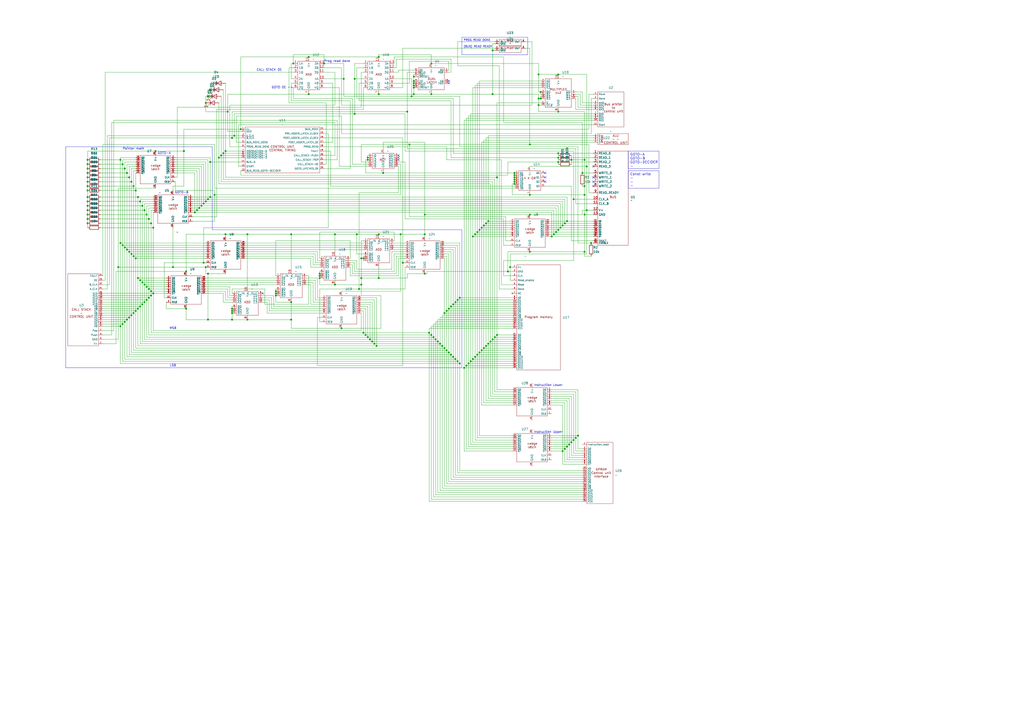
<source format=kicad_sch>
(kicad_sch (version 20250114) (generator "eeschema") (generator_version "9.0")
  (paper "A2")
  (text "GOTO OE ->" (at 163.83 50.8 0) (effects (font (size 1.27 1.27))))
  (text "Instruction Upper" (at 318.008 250.698 0) (effects (font (size 1.27 1.27))))
  (text "MSB" (at 100.33 190.5 0) (effects (font (size 1.27 1.27))))
  (text "Instruction Lower" (at 318.008 223.52 0) (effects (font (size 1.27 1.27))))
  (text "CALL STACK OE" (at 156.21 40.64 0) (effects (font (size 1.27 1.27))))
  (text "GOTO-B" (at 105.41 111.76 0) (effects (font (size 1.27 1.27))))
  (text "LSB" (at 100.33 212.09 0) (effects (font (size 1.27 1.27))))
  (text "Prog read done" (at 195.58 35.56 0) (effects (font (size 1.27 1.27))))
  (text "Pointer math" (at 77.47 86.36 0) (effects (font (size 1.27 1.27))))
  (text "GOTO-A" (at 95.25 88.9 0) (effects (font (size 1.27 1.27))))
  (text_box "GOTO-A\nGOTO-B\nGOTO-DECIDER\n-" (at 364.49 87.63 0) (size 17.78 10.16) (margins 1.0478 1.0478 1.0478 1.0478) (effects (font (size 1.397 1.397)) (justify left top)))
  (text_box "PROG READ DONE\n\n(BUS) READ READY" (at 267.97 21.59 0) (size 38.1 10.16) (margins 0.8763 0.8763 0.8763 0.8763) (effects (font (size 1.1684 1.1684)) (justify left top)))
  (text_box "Const write\n-\n-\n-" (at 364.49 99.06 0) (size 17.78 10.16) (margins 1.0478 1.0478 1.0478 1.0478) (effects (font (size 1.397 1.397)) (justify left top)))
  (junction (at 168.91 175.26))
  (junction (at 219.71 54.61))
  (junction (at 107.95 157.48))
  (junction (at 323.85 88.9))
  (junction (at 69.85 140.97))
  (junction (at 74.93 184.15))
  (junction (at 269.24 213.36))
  (junction (at 50.8 92.71))
  (junction (at 250.19 36.83))
  (junction (at 283.21 128.27))
  (junction (at 194.31 135.89))
  (junction (at 288.29 102.87))
  (junction (at 118.11 152.4))
  (junction (at 212.09 194.31))
  (junction (at 73.66 185.42))
  (junction (at 50.8 100.33))
  (junction (at 261.62 205.74))
  (junction (at 264.16 208.28))
  (junction (at 127 91.44))
  (junction (at 285.75 54.61))
  (junction (at 210.82 149.86))
  (junction (at 168.91 185.42))
  (junction (at 313.69 57.15))
  (junction (at 132.08 64.77))
  (junction (at 50.8 105.41))
  (junction (at 298.45 101.6))
  (junction (at 130.81 135.89))
  (junction (at 198.12 190.5))
  (junction (at 265.43 173.99))
  (junction (at 295.91 154.94))
  (junction (at 213.36 92.71))
  (junction (at 50.8 102.87))
  (junction (at 237.49 83.82))
  (junction (at 262.89 207.01))
  (junction (at 339.09 92.71))
  (junction (at 298.45 104.14))
  (junction (at 100.33 154.94))
  (junction (at 77.47 107.95))
  (junction (at 270.51 212.09))
  (junction (at 119.38 154.94))
  (junction (at 199.39 45.72))
  (junction (at 81.28 116.84))
  (junction (at 331.47 256.54))
  (junction (at 327.66 129.54))
  (junction (at 246.38 135.89))
  (junction (at 86.36 127))
  (junction (at 69.85 92.71))
  (junction (at 83.82 165.1))
  (junction (at 160.02 170.18))
  (junction (at 298.45 105.41))
  (junction (at 88.9 132.08))
  (junction (at 312.42 43.18))
  (junction (at 238.76 55.88))
  (junction (at 266.7 172.72))
  (junction (at 73.66 144.78))
  (junction (at 320.04 137.16))
  (junction (at 281.94 200.66))
  (junction (at 260.35 179.07))
  (junction (at 86.36 167.64))
  (junction (at 87.63 171.45))
  (junction (at 80.01 114.3))
  (junction (at 209.55 165.1))
  (junction (at 248.92 193.04))
  (junction (at 74.93 102.87))
  (junction (at 208.28 167.64))
  (junction (at 232.41 135.89))
  (junction (at 50.8 110.49))
  (junction (at 257.81 201.93))
  (junction (at 107.95 179.07))
  (junction (at 262.89 176.53))
  (junction (at 72.39 97.79))
  (junction (at 86.36 172.72))
  (junction (at 215.9 198.12))
  (junction (at 278.13 133.35))
  (junction (at 50.8 124.46))
  (junction (at 298.45 102.87))
  (junction (at 266.7 210.82))
  (junction (at 307.34 83.82))
  (junction (at 279.4 203.2))
  (junction (at 209.55 149.86))
  (junction (at 205.74 66.04))
  (junction (at 82.55 163.83))
  (junction (at 160.02 168.91))
  (junction (at 284.48 198.12))
  (junction (at 85.09 173.99))
  (junction (at 250.19 194.31))
  (junction (at 332.74 255.27))
  (junction (at 185.42 160.02))
  (junction (at 322.58 134.62))
  (junction (at 77.47 148.59))
  (junction (at 207.01 135.89))
  (junction (at 276.86 134.62))
  (junction (at 246.38 158.75))
  (junction (at 83.82 121.92))
  (junction (at 323.85 133.35))
  (junction (at 240.03 48.26))
  (junction (at 50.8 95.25))
  (junction (at 236.22 64.77))
  (junction (at 72.39 143.51))
  (junction (at 331.47 92.71))
  (junction (at 187.96 36.83))
  (junction (at 273.05 209.55))
  (junction (at 88.9 170.18))
  (junction (at 307.34 146.05))
  (junction (at 288.29 194.31))
  (junction (at 334.01 254))
  (junction (at 134.62 179.07))
  (junction (at 113.03 123.19))
  (junction (at 275.59 207.01))
  (junction (at 194.31 165.1))
  (junction (at 76.2 147.32))
  (junction (at 217.17 199.39))
  (junction (at 251.46 195.58))
  (junction (at 85.09 124.46))
  (junction (at 50.8 114.3))
  (junction (at 121.92 93.98))
  (junction (at 325.12 132.08))
  (junction (at 281.94 129.54))
  (junction (at 246.38 124.46))
  (junction (at 90.17 87.63))
  (junction (at 240.03 44.45))
  (junction (at 279.4 132.08))
  (junction (at 134.62 180.34))
  (junction (at 307.34 124.46))
  (junction (at 312.42 60.96))
  (junction (at 323.85 43.18))
  (junction (at 77.47 181.61))
  (junction (at 119.38 59.69))
  (junction (at 185.42 161.29))
  (junction (at 120.65 158.75))
  (junction (at 255.27 199.39))
  (junction (at 335.28 252.73))
  (junction (at 78.74 149.86))
  (junction (at 210.82 193.04))
  (junction (at 274.32 137.16))
  (junction (at 219.71 33.02))
  (junction (at 115.57 120.65))
  (junction (at 85.09 166.37))
  (junction (at 50.8 121.92))
  (junction (at 76.2 182.88))
  (junction (at 340.36 96.52))
  (junction (at 73.66 100.33))
  (junction (at 285.75 29.21))
  (junction (at 339.09 146.05))
  (junction (at 222.25 100.33))
  (junction (at 118.11 118.11))
  (junction (at 265.43 209.55))
  (junction (at 50.8 116.84))
  (junction (at 339.09 124.46))
  (junction (at 337.82 100.33))
  (junction (at 72.39 186.69))
  (junction (at 80.01 161.29))
  (junction (at 121.92 52.07))
  (junction (at 327.66 260.35))
  (junction (at 134.62 181.61))
  (junction (at 323.85 93.98))
  (junction (at 68.58 154.94))
  (junction (at 261.62 177.8))
  (junction (at 179.07 54.61))
  (junction (at 280.67 130.81))
  (junction (at 214.63 196.85))
  (junction (at 82.55 176.53))
  (junction (at 128.27 90.17))
  (junction (at 81.28 177.8))
  (junction (at 82.55 119.38))
  (junction (at 326.39 130.81))
  (junction (at 287.02 195.58))
  (junction (at 260.35 204.47))
  (junction (at 240.03 49.53))
  (junction (at 323.85 64.77))
  (junction (at 280.67 201.93))
  (junction (at 276.86 205.74))
  (junction (at 50.8 129.54))
  (junction (at 213.36 195.58))
  (junction (at 285.75 196.85))
  (junction (at 330.2 257.81))
  (junction (at 307.34 113.03))
  (junction (at 106.68 87.63))
  (junction (at 339.09 113.03))
  (junction (at 143.51 185.42))
  (junction (at 240.03 50.8))
  (junction (at 74.93 146.05))
  (junction (at 116.84 119.38))
  (junction (at 259.08 203.2))
  (junction (at 50.8 107.95))
  (junction (at 124.46 113.03))
  (junction (at 219.71 135.89))
  (junction (at 76.2 105.41))
  (junction (at 342.9 140.97))
  (junction (at 87.63 168.91))
  (junction (at 170.18 36.83))
  (junction (at 71.12 95.25))
  (junction (at 323.85 91.44))
  (junction (at 218.44 200.66))
  (junction (at 321.31 135.89))
  (junction (at 78.74 110.49))
  (junction (at 81.28 162.56))
  (junction (at 71.12 142.24))
  (junction (at 240.03 46.99))
  (junction (at 256.54 200.66))
  (junction (at 80.01 179.07))
  (junction (at 328.93 128.27))
  (junction (at 71.12 187.96))
  (junction (at 179.07 33.02))
  (junction (at 250.19 54.61))
  (junction (at 129.54 88.9))
  (junction (at 69.85 189.23))
  (junction (at 298.45 100.33))
  (junction (at 120.65 55.88))
  (junction (at 240.03 54.61))
  (junction (at 274.32 208.28))
  (junction (at 252.73 196.85))
  (junction (at 130.81 87.63))
  (junction (at 271.78 210.82))
  (junction (at 120.65 115.57))
  (junction (at 135.89 78.74))
  (junction (at 332.74 115.57))
  (junction (at 120.65 185.42))
  (junction (at 328.93 259.08))
  (junction (at 119.38 116.84))
  (junction (at 219.71 161.29))
  (junction (at 259.08 180.34))
  (junction (at 264.16 175.26))
  (junction (at 87.63 129.54))
  (junction (at 312.42 57.15))
  (junction (at 233.68 152.4))
  (junction (at 283.21 199.39))
  (junction (at 50.8 119.38))
  (junction (at 278.13 204.47))
  (junction (at 168.91 135.89))
  (junction (at 50.8 97.79))
  (junction (at 114.3 121.92))
  (junction (at 134.62 80.01))
  (junction (at 326.39 261.62))
  (junction (at 213.36 91.44))
  (junction (at 50.8 127))
  (junction (at 313.69 53.34))
  (junction (at 134.62 185.42))
  (junction (at 185.42 158.75))
  (junction (at 257.81 181.61))
  (junction (at 160.02 171.45))
  (junction (at 294.64 157.48))
  (junction (at 205.74 45.72))
  (junction (at 340.36 121.92))
  (junction (at 339.09 107.95))
  (junction (at 78.74 180.34))
  (junction (at 254 198.12))
  (junction (at 209.55 161.29))
  (junction (at 143.51 135.89))
  (junction (at 298.45 106.68))
  (junction (at 83.82 175.26))
  (junction (at 275.59 135.89))
  (junction (at 139.7 74.93))
  (junction (at 121.92 114.3))
  (no_connect (at 344.17 107.95))
  (no_connect (at 344.17 105.41))
  (no_connect (at 316.23 105.41))
  (no_connect (at 344.17 96.52))
  (no_connect (at 231.14 91.44))
  (no_connect (at 260.35 48.26))
  (no_connect (at 231.14 92.71))
  (no_connect (at 316.23 100.33))
  (no_connect (at 344.17 102.87))
  (no_connect (at 152.4 170.18))
  (no_connect (at 231.14 90.17))
  (no_connect (at 260.35 46.99))
  (no_connect (at 316.23 102.87))
  (wire (pts (xy 50.8 114.3) (xy 50.8 116.84)))
  (wire (pts (xy 207.01 39.37) (xy 210.82 39.37)))
  (wire (pts (xy 274.32 208.28) (xy 297.18 208.28)))
  (wire (pts (xy 233.68 27.94) (xy 233.68 50.8)))
  (wire (pts (xy 190.5 132.08) (xy 118.11 132.08)))
  (wire (pts (xy 297.18 204.47) (xy 278.13 204.47)))
  (wire (pts (xy 337.82 71.12) (xy 292.1 71.12)))
  (wire (pts (xy 233.68 80.01) (xy 187.96 80.01)))
  (wire (pts (xy 275.59 255.27) (xy 275.59 207.01)))
  (wire (pts (xy 113.03 123.19) (xy 320.04 123.19)))
  (wire (pts (xy 281.94 200.66) (xy 297.18 200.66)))
  (wire (pts (xy 182.88 162.56) (xy 182.88 173.99)))
  (wire (pts (xy 228.6 48.26) (xy 237.49 48.26)))
  (wire (pts (xy 59.69 165.1) (xy 63.5 165.1)))
  (polyline (pts (xy 123.19 133.35) (xy 123.19 85.09)))
  (wire (pts (xy 113.03 100.33) (xy 113.03 123.19)))
  (wire (pts (xy 297.18 189.23) (xy 250.19 189.23)))
  (wire (pts (xy 77.47 181.61) (xy 77.47 203.2)))
  (wire (pts (xy 81.28 162.56) (xy 96.52 162.56)))
  (wire (pts (xy 167.64 39.37) (xy 170.18 39.37)))
  (wire (pts (xy 193.04 82.55) (xy 193.04 48.26)))
  (wire (pts (xy 344.17 80.01) (xy 281.94 80.01)))
  (wire (pts (xy 59.69 184.15) (xy 74.93 184.15)))
  (wire (pts (xy 250.19 36.83) (xy 250.19 31.75)))
  (wire (pts (xy 318.77 134.62) (xy 322.58 134.62)))
  (wire (pts (xy 344.17 139.7) (xy 331.47 139.7)))
  (wire (pts (xy 209.55 83.82) (xy 209.55 93.98)))
  (wire (pts (xy 69.85 189.23) (xy 69.85 210.82)))
  (wire (pts (xy 271.78 210.82) (xy 297.18 210.82)))
  (wire (pts (xy 298.45 101.6) (xy 298.45 102.87)))
  (wire (pts (xy 276.86 134.62) (xy 276.86 48.26)))
  (wire (pts (xy 80.01 200.66) (xy 218.44 200.66)))
  (wire (pts (xy 231.14 149.86) (xy 234.95 149.86)))
  (wire (pts (xy 341.63 54.61) (xy 341.63 74.93)))
  (wire (pts (xy 185.42 158.75) (xy 185.42 160.02)))
  (wire (pts (xy 119.38 147.32) (xy 76.2 147.32)))
  (wire (pts (xy 297.18 231.14) (xy 283.21 231.14)))
  (wire (pts (xy 297.18 207.01) (xy 275.59 207.01)))
  (wire (pts (xy 336.55 54.61) (xy 336.55 60.96)))
  (wire (pts (xy 228.6 45.72) (xy 238.76 45.72)))
  (wire (pts (xy 50.8 116.84) (xy 50.8 119.38)))
  (wire (pts (xy 248.92 193.04) (xy 210.82 193.04)))
  (wire (pts (xy 194.31 165.1) (xy 209.55 165.1)))
  (wire (pts (xy 339.09 107.95) (xy 339.09 113.03)))
  (wire (pts (xy 82.55 116.84) (xy 82.55 119.38)))
  (wire (pts (xy 320.04 137.16) (xy 344.17 137.16)))
  (wire (pts (xy 139.7 87.63) (xy 130.81 87.63)))
  (wire (pts (xy 106.68 107.95) (xy 100.33 107.95)))
  (wire (pts (xy 207.01 156.21) (xy 227.33 156.21)))
  (wire (pts (xy 279.4 203.2) (xy 297.18 203.2)))
  (wire (pts (xy 80.01 200.66) (xy 80.01 179.07)))
  (wire (pts (xy 59.69 180.34) (xy 78.74 180.34)))
  (wire (pts (xy 209.55 175.26) (xy 215.9 175.26)))
  (wire (pts (xy 339.09 124.46) (xy 339.09 146.05)))
  (wire (pts (xy 331.47 139.7) (xy 331.47 107.95)))
  (wire (pts (xy 298.45 102.87) (xy 298.45 104.14)))
  (wire (pts (xy 72.39 93.98) (xy 72.39 97.79)))
  (wire (pts (xy 318.77 128.27) (xy 328.93 128.27)))
  (wire (pts (xy 50.8 105.41) (xy 50.8 107.95)))
  (wire (pts (xy 59.69 185.42) (xy 73.66 185.42)))
  (wire (pts (xy 190.5 77.47) (xy 190.5 132.08)))
  (wire (pts (xy 205.74 45.72) (xy 210.82 45.72)))
  (wire (pts (xy 69.85 92.71) (xy 69.85 140.97)))
  (wire (pts (xy 73.66 144.78) (xy 73.66 185.42)))
  (wire (pts (xy 323.85 133.35) (xy 323.85 119.38)))
  (wire (pts (xy 77.47 148.59) (xy 119.38 148.59)))
  (wire (pts (xy 213.36 177.8) (xy 213.36 195.58)))
  (wire (pts (xy 111.76 115.57) (xy 120.65 115.57)))
  (wire (pts (xy 318.77 137.16) (xy 320.04 137.16)))
  (wire (pts (xy 129.54 104.14) (xy 129.54 88.9)))
  (wire (pts (xy 271.78 67.31) (xy 344.17 67.31)))
  (wire (pts (xy 88.9 114.3) (xy 80.01 114.3)))
  (wire (pts (xy 288.29 226.06) (xy 297.18 226.06)))
  (wire (pts (xy 182.88 173.99) (xy 186.69 173.99)))
  (wire (pts (xy 227.33 156.21) (xy 227.33 146.05)))
  (wire (pts (xy 181.61 153.67) (xy 181.61 148.59)))
  (wire (pts (xy 274.32 137.16) (xy 274.32 50.8)))
  (wire (pts (xy 58.42 110.49) (xy 78.74 110.49)))
  (wire (pts (xy 257.81 148.59) (xy 259.08 148.59)))
  (wire (pts (xy 313.69 53.34) (xy 313.69 54.61)))
  (wire (pts (xy 294.64 146.05) (xy 307.34 146.05)))
  (wire (pts (xy 185.42 167.64) (xy 185.42 186.69)))
  (wire (pts (xy 250.19 54.61) (xy 285.75 54.61)))
  (wire (pts (xy 58.42 127) (xy 86.36 127)))
  (wire (pts (xy 101.6 95.25) (xy 118.11 95.25)))
  (wire (pts (xy 194.31 90.17) (xy 194.31 71.12)))
  (wire (pts (xy 266.7 172.72) (xy 266.7 210.82)))
  (wire (pts (xy 262.89 144.78) (xy 262.89 176.53)))
  (wire (pts (xy 78.74 100.33) (xy 78.74 110.49)))
  (wire (pts (xy 77.47 99.06) (xy 78.74 99.06)))
  (wire (pts (xy 129.54 170.18) (xy 119.38 170.18)))
  (wire (pts (xy 101.6 100.33) (xy 113.03 100.33)))
  (wire (pts (xy 266.7 273.05) (xy 337.82 273.05)))
  (wire (pts (xy 292.1 33.02) (xy 228.6 33.02)))
  (wire (pts (xy 213.36 91.44) (xy 213.36 92.71)))
  (wire (pts (xy 114.3 121.92) (xy 111.76 121.92)))
  (wire (pts (xy 279.4 234.95) (xy 297.18 234.95)))
  (wire (pts (xy 344.17 91.44) (xy 323.85 91.44)))
  (wire (pts (xy 331.47 229.87) (xy 320.04 229.87)))
  (wire (pts (xy 203.2 160.02) (xy 231.14 160.02)))
  (wire (pts (xy 58.42 129.54) (xy 87.63 129.54)))
  (wire (pts (xy 77.47 99.06) (xy 77.47 107.95)))
  (wire (pts (xy 295.91 154.94) (xy 297.18 154.94)))
  (wire (pts (xy 335.28 85.09) (xy 266.7 85.09)))
  (wire (pts (xy 339.09 146.05) (xy 307.34 146.05)))
  (wire (pts (xy 260.35 179.07) (xy 297.18 179.07)))
  (wire (pts (xy 179.07 33.02) (xy 219.71 33.02)))
  (wire (pts (xy 261.62 91.44) (xy 261.62 58.42)))
  (wire (pts (xy 259.08 280.67) (xy 259.08 203.2)))
  (wire (pts (xy 88.9 132.08) (xy 88.9 170.18)))
  (wire (pts (xy 119.38 116.84) (xy 326.39 116.84)))
  (wire (pts (xy 257.81 181.61) (xy 297.18 181.61)))
  (wire (pts (xy 186.69 179.07) (xy 157.48 179.07)))
  (wire (pts (xy 50.8 87.63) (xy 50.8 92.71)))
  (wire (pts (xy 344.17 93.98) (xy 323.85 93.98)))
  (wire (pts (xy 106.68 74.93) (xy 106.68 87.63)))
  (wire (pts (xy 331.47 256.54) (xy 331.47 229.87)))
  (wire (pts (xy 274.32 208.28) (xy 274.32 256.54)))
  (wire (pts (xy 50.8 124.46) (xy 50.8 127)))
  (wire (pts (xy 134.62 181.61) (xy 134.62 185.42)))
  (wire (pts (xy 88.9 119.38) (xy 85.09 119.38)))
  (wire (pts (xy 283.21 128.27) (xy 295.91 128.27)))
  (wire (pts (xy 82.55 163.83) (xy 96.52 163.83)))
  (wire (pts (xy 82.55 198.12) (xy 82.55 176.53)))
  (wire (pts (xy 203.2 153.67) (xy 204.47 153.67)))
  (wire (pts (xy 340.36 147.32) (xy 295.91 147.32)))
  (wire (pts (xy 129.54 52.07) (xy 129.54 88.9)))
  (wire (pts (xy 297.18 195.58) (xy 287.02 195.58)))
  (wire (pts (xy 50.8 97.79) (xy 50.8 100.33)))
  (wire (pts (xy 177.8 160.02) (xy 179.07 160.02)))
  (wire (pts (xy 332.74 151.13) (xy 292.1 151.13)))
  (wire (pts (xy 326.39 130.81) (xy 344.17 130.81)))
  (wire (pts (xy 134.62 167.64) (xy 134.62 170.18)))
  (wire (pts (xy 138.43 72.39) (xy 138.43 96.52)))
  (wire (pts (xy 323.85 64.77) (xy 339.09 64.77)))
  (wire (pts (xy 276.86 48.26) (xy 313.69 48.26)))
  (wire (pts (xy 250.19 31.75) (xy 219.71 31.75)))
  (wire (pts (xy 276.86 134.62) (xy 276.86 205.74)))
  (wire (pts (xy 262.89 57.15) (xy 207.01 57.15)))
  (wire (pts (xy 115.57 120.65) (xy 322.58 120.65)))
  (wire (pts (xy 132.08 172.72) (xy 134.62 172.72)))
  (wire (pts (xy 260.35 147.32) (xy 260.35 179.07)))
  (wire (pts (xy 318.77 132.08) (xy 325.12 132.08)))
  (wire (pts (xy 128.27 105.41) (xy 285.75 105.41)))
  (wire (pts (xy 335.28 62.23) (xy 335.28 55.88)))
  (wire (pts (xy 337.82 278.13) (xy 261.62 278.13)))
  (wire (pts (xy 107.95 157.48) (xy 67.31 157.48)))
  (wire (pts (xy 252.73 196.85) (xy 214.63 196.85)))
  (wire (pts (xy 185.42 161.29) (xy 185.42 165.1)))
  (wire (pts (xy 248.92 290.83) (xy 248.92 193.04)))
  (wire (pts (xy 130.81 135.89) (xy 130.81 137.16)))
  (wire (pts (xy 328.93 259.08) (xy 328.93 266.7)))
  (wire (pts (xy 184.15 172.72) (xy 184.15 161.29)))
  (wire (pts (xy 129.54 88.9) (xy 139.7 88.9)))
  (wire (pts (xy 77.47 107.95) (xy 77.47 148.59)))
  (wire (pts (xy 295.91 139.7) (xy 293.37 139.7)))
  (wire (pts (xy 337.82 283.21) (xy 256.54 283.21)))
  (wire (pts (xy 219.71 54.61) (xy 240.03 54.61)))
  (wire (pts (xy 256.54 200.66) (xy 218.44 200.66)))
  (wire (pts (xy 160.02 168.91) (xy 160.02 170.18)))
  (wire (pts (xy 273.05 66.04) (xy 273.05 209.55)))
  (wire (pts (xy 283.21 199.39) (xy 283.21 128.27)))
  (wire (pts (xy 168.91 45.72) (xy 170.18 45.72)))
  (wire (pts (xy 209.55 181.61) (xy 209.55 191.77)))
  (wire (pts (xy 191.77 87.63) (xy 187.96 87.63)))
  (wire (pts (xy 50.8 100.33) (xy 50.8 102.87)))
  (wire (pts (xy 236.22 86.36) (xy 334.01 86.36)))
  (wire (pts (xy 294.64 157.48) (xy 294.64 146.05)))
  (wire (pts (xy 132.08 64.77) (xy 132.08 76.2)))
  (wire (pts (xy 312.42 54.61) (xy 312.42 57.15)))
  (wire (pts (xy 67.31 157.48) (xy 67.31 199.39)))
  (wire (pts (xy 255.27 184.15) (xy 255.27 199.39)))
  (wire (pts (xy 283.21 78.74) (xy 344.17 78.74)))
  (wire (pts (xy 228.6 157.48) (xy 205.74 157.48)))
  (wire (pts (xy 260.35 279.4) (xy 337.82 279.4)))
  (wire (pts (xy 134.62 167.64) (xy 153.67 167.64)))
  (wire (pts (xy 255.27 284.48) (xy 337.82 284.48)))
  (wire (pts (xy 78.74 180.34) (xy 78.74 201.93)))
  (wire (pts (xy 331.47 256.54) (xy 331.47 264.16)))
  (wire (pts (xy 139.7 80.01) (xy 134.62 80.01)))
  (wire (pts (xy 209.55 180.34) (xy 210.82 180.34)))
  (wire (pts (xy 184.15 212.09) (xy 184.15 184.15)))
  (wire (pts (xy 208.28 167.64) (xy 185.42 167.64)))
  (wire (pts (xy 298.45 105.41) (xy 298.45 106.68)))
  (wire (pts (xy 102.87 102.87) (xy 101.6 102.87)))
  (wire (pts (xy 170.18 57.15) (xy 170.18 50.8)))
  (wire (pts (xy 207.01 135.89) (xy 194.31 135.89)))
  (wire (pts (xy 337.82 124.46) (xy 337.82 121.92)))
  (wire (pts (xy 337.82 53.34) (xy 334.01 53.34)))
  (wire (pts (xy 280.67 130.81) (xy 280.67 81.28)))
  (wire (pts (xy 326.39 269.24) (xy 337.82 269.24)))
  (wire (pts (xy 158.75 177.8) (xy 186.69 177.8)))
  (wire (pts (xy 137.16 67.31) (xy 137.16 82.55)))
  (wire (pts (xy 297.18 229.87) (xy 284.48 229.87)))
  (wire (pts (xy 132.08 76.2) (xy 139.7 76.2)))
  (wire (pts (xy 312.42 64.77) (xy 323.85 64.77)))
  (wire (pts (xy 240.03 40.64) (xy 231.14 40.64)))
  (wire (pts (xy 285.75 196.85) (xy 285.75 228.6)))
  (wire (pts (xy 290.83 92.71) (xy 290.83 165.1)))
  (wire (pts (xy 180.34 149.86) (xy 180.34 154.94)))
  (wire (pts (xy 325.12 132.08) (xy 344.17 132.08)))
  (wire (pts (xy 72.39 208.28) (xy 264.16 208.28)))
  (wire (pts (xy 328.93 128.27) (xy 328.93 114.3)))
  (wire (pts (xy 257.81 147.32) (xy 260.35 147.32)))
  (wire (pts (xy 59.69 194.31) (xy 64.77 194.31)))
  (wire (pts (xy 168.91 135.89) (xy 143.51 135.89)))
  (wire (pts (xy 269.24 213.36) (xy 269.24 261.62)))
  (wire (pts (xy 58.42 116.84) (xy 81.28 116.84)))
  (wire (pts (xy 59.69 176.53) (xy 82.55 176.53)))
  (wire (pts (xy 203.2 97.79) (xy 187.96 97.79)))
  (wire (pts (xy 121.92 48.26) (xy 121.92 52.07)))
  (wire (pts (xy 87.63 121.92) (xy 87.63 129.54)))
  (wire (pts (xy 227.33 146.05) (xy 234.95 146.05)))
  (wire (pts (xy 101.6 97.79) (xy 115.57 97.79)))
  (wire (pts (xy 250.19 189.23) (xy 250.19 194.31)))
  (wire (pts (xy 87.63 129.54) (xy 87.63 168.91)))
  (wire (pts (xy 78.74 110.49) (xy 78.74 149.86)))
  (wire (pts (xy 344.17 115.57) (xy 332.74 115.57)))
  (wire (pts (xy 68.58 154.94) (xy 68.58 109.22)))
  (wire (pts (xy 187.96 31.75) (xy 170.18 31.75)))
  (wire (pts (xy 170.18 36.83) (xy 168.91 36.83)))
  (wire (pts (xy 287.02 195.58) (xy 287.02 227.33)))
  (wire (pts (xy 135.89 66.04) (xy 205.74 66.04)))
  (wire (pts (xy 107.95 185.42) (xy 107.95 179.07)))
  (wire (pts (xy 88.9 170.18) (xy 96.52 170.18)))
  (wire (pts (xy 261.62 41.91) (xy 261.62 34.29)))
  (wire (pts (xy 196.85 50.8) (xy 187.96 50.8)))
  (wire (pts (xy 231.14 41.91) (xy 228.6 41.91)))
  (wire (pts (xy 209.55 93.98) (xy 213.36 93.98)))
  (wire (pts (xy 210.82 139.7) (xy 209.55 139.7)))
  (wire (pts (xy 152.4 173.99) (xy 156.21 173.99)))
  (wire (pts (xy 285.75 25.4) (xy 287.02 25.4)))
  (wire (pts (xy 279.4 132.08) (xy 279.4 203.2)))
  (wire (pts (xy 332.74 262.89) (xy 332.74 255.27)))
  (wire (pts (xy 130.81 48.26) (xy 130.81 87.63)))
  (wire (pts (xy 119.38 116.84) (xy 119.38 93.98)))
  (wire (pts (xy 86.36 127) (xy 86.36 120.65)))
  (wire (pts (xy 307.34 124.46) (xy 337.82 124.46)))
  (wire (pts (xy 119.38 55.88) (xy 119.38 59.69)))
  (wire (pts (xy 252.73 287.02) (xy 337.82 287.02)))
  (wire (pts (xy 246.38 137.16) (xy 246.38 135.89)))
  (wire (pts (xy 82.55 198.12) (xy 215.9 198.12)))
  (wire (pts (xy 213.36 92.71) (xy 212.09 92.71)))
  (wire (pts (xy 134.62 185.42) (xy 120.65 185.42)))
  (wire (pts (xy 76.2 97.79) (xy 76.2 105.41)))
  (wire (pts (xy 209.55 171.45) (xy 220.98 171.45)))
  (wire (pts (xy 234.95 152.4) (xy 233.68 152.4)))
  (wire (pts (xy 208.28 111.76) (xy 231.14 111.76)))
  (wire (pts (xy 313.69 49.53) (xy 275.59 49.53)))
  (wire (pts (xy 100.33 154.94) (xy 68.58 154.94)))
  (wire (pts (xy 281.94 80.01) (xy 281.94 129.54)))
  (wire (pts (xy 82.55 163.83) (xy 82.55 176.53)))
  (wire (pts (xy 111.76 123.19) (xy 113.03 123.19)))
  (wire (pts (xy 137.16 82.55) (xy 139.7 82.55)))
  (wire (pts (xy 203.2 139.7) (xy 203.2 149.86)))
  (wire (pts (xy 295.91 147.32) (xy 295.91 154.94)))
  (wire (pts (xy 60.96 162.56) (xy 59.69 162.56)))
  (wire (pts (xy 252.73 196.85) (xy 252.73 287.02)))
  (wire (pts (xy 139.7 101.6) (xy 139.7 99.06)))
  (wire (pts (xy 199.39 36.83) (xy 187.96 36.83)))
  (wire (pts (xy 228.6 147.32) (xy 228.6 157.48)))
  (wire (pts (xy 274.32 50.8) (xy 313.69 50.8)))
  (wire (pts (xy 240.03 54.61) (xy 250.19 54.61)))
  (wire (pts (xy 204.47 95.25) (xy 204.47 57.15)))
  (wire (pts (xy 107.95 135.89) (xy 107.95 157.48)))
  (wire (pts (xy 62.23 78.74) (xy 62.23 167.64)))
  (wire (pts (xy 118.11 152.4) (xy 119.38 152.4)))
  (wire (pts (xy 138.43 72.39) (xy 344.17 72.39)))
  (wire (pts (xy 134.62 177.8) (xy 134.62 179.07)))
  (wire (pts (xy 327.66 267.97) (xy 327.66 260.35)))
  (wire (pts (xy 86.36 194.31) (xy 212.09 194.31)))
  (wire (pts (xy 292.1 71.12) (xy 292.1 33.02)))
  (wire (pts (xy 285.75 29.21) (xy 287.02 29.21)))
  (wire (pts (xy 266.7 140.97) (xy 266.7 172.72)))
  (wire (pts (xy 307.34 83.82) (xy 341.63 83.82)))
  (wire (pts (xy 231.14 160.02) (xy 231.14 149.86)))
  (wire (pts (xy 58.42 97.79) (xy 72.39 97.79)))
  (wire (pts (xy 285.75 29.21) (xy 285.75 25.4)))
  (wire (pts (xy 205.74 45.72) (xy 205.74 66.04)))
  (wire (pts (xy 320.04 256.54) (xy 331.47 256.54)))
  (wire (pts (xy 297.18 199.39) (xy 283.21 199.39)))
  (wire (pts (xy 83.82 175.26) (xy 83.82 165.1)))
  (wire (pts (xy 266.7 172.72) (xy 297.18 172.72)))
  (wire (pts (xy 203.2 58.42) (xy 203.2 97.79)))
  (wire (pts (xy 186.69 181.61) (xy 154.94 181.61)))
  (wire (pts (xy 80.01 114.3) (xy 80.01 161.29)))
  (wire (pts (xy 83.82 118.11) (xy 83.82 121.92)))
  (wire (pts (xy 179.07 160.02) (xy 179.07 176.53)))
  (wire (pts (xy 251.46 195.58) (xy 213.36 195.58)))
  (wire (pts (xy 124.46 109.22) (xy 298.45 109.22)))
  (wire (pts (xy 80.01 161.29) (xy 96.52 161.29)))
  (wire (pts (xy 120.65 158.75) (xy 120.65 185.42)))
  (wire (pts (xy 210.82 36.83) (xy 205.74 36.83)))
  (wire (pts (xy 209.55 165.1) (xy 209.55 171.45)))
  (wire (pts (xy 279.4 82.55) (xy 279.4 132.08)))
  (wire (pts (xy 332.74 228.6) (xy 332.74 255.27)))
  (wire (pts (xy 220.98 190.5) (xy 220.98 171.45)))
  (wire (pts (xy 297.18 213.36) (xy 269.24 213.36)))
  (wire (pts (xy 168.91 135.89) (xy 168.91 156.21)))
  (polyline (pts (xy 38.1 85.09) (xy 123.19 85.09)))
  (wire (pts (xy 344.17 88.9) (xy 323.85 88.9)))
  (wire (pts (xy 298.45 106.68) (xy 297.18 106.68)))
  (wire (pts (xy 119.38 168.91) (xy 130.81 168.91)))
  (wire (pts (xy 274.32 137.16) (xy 274.32 208.28)))
  (wire (pts (xy 240.03 50.8) (xy 240.03 54.61)))
  (wire (pts (xy 321.31 135.89) (xy 344.17 135.89)))
  (wire (pts (xy 342.9 57.15) (xy 342.9 77.47)))
  (polyline (pts (xy 38.1 85.09) (xy 38.1 213.36)))
  (wire (pts (xy 87.63 168.91) (xy 96.52 168.91)))
  (wire (pts (xy 283.21 231.14) (xy 283.21 199.39)))
  (wire (pts (xy 229.87 148.59) (xy 234.95 148.59)))
  (wire (pts (xy 66.04 69.85) (xy 195.58 69.85)))
  (wire (pts (xy 127 91.44) (xy 139.7 91.44)))
  (wire (pts (xy 322.58 120.65) (xy 322.58 134.62)))
  (wire (pts (xy 257.81 201.93) (xy 257.81 281.94)))
  (wire (pts (xy 320.04 233.68) (xy 327.66 233.68)))
  (wire (pts (xy 281.94 129.54) (xy 281.94 200.66)))
  (wire (pts (xy 292.1 160.02) (xy 297.18 160.02)))
  (wire (pts (xy 59.69 173.99) (xy 85.09 173.99)))
  (wire (pts (xy 337.82 265.43) (xy 330.2 265.43)))
  (wire (pts (xy 234.95 167.64) (xy 208.28 167.64)))
  (wire (pts (xy 229.87 39.37) (xy 228.6 39.37)))
  (wire (pts (xy 58.42 121.92) (xy 83.82 121.92)))
  (wire (pts (xy 121.92 91.44) (xy 101.6 91.44)))
  (wire (pts (xy 59.69 199.39) (xy 67.31 199.39)))
  (wire (pts (xy 58.42 92.71) (xy 69.85 92.71)))
  (wire (pts (xy 327.66 260.35) (xy 320.04 260.35)))
  (wire (pts (xy 116.84 96.52) (xy 101.6 96.52)))
  (wire (pts (xy 76.2 147.32) (xy 76.2 182.88)))
  (wire (pts (xy 50.8 92.71) (xy 50.8 95.25)))
  (wire (pts (xy 100.33 154.94) (xy 100.33 132.08)))
  (wire (pts (xy 130.81 135.89) (xy 143.51 135.89)))
  (wire (pts (xy 71.12 95.25) (xy 71.12 142.24)))
  (wire (pts (xy 326.39 234.95) (xy 320.04 234.95)))
  (wire (pts (xy 288.29 194.31) (xy 288.29 226.06)))
  (wire (pts (xy 208.28 48.26) (xy 210.82 48.26)))
  (wire (pts (xy 87.63 193.04) (xy 87.63 171.45)))
  (wire (pts (xy 259.08 85.09) (xy 259.08 92.71)))
  (wire (pts (xy 285.75 105.41) (xy 285.75 196.85)))
  (wire (pts (xy 85.09 195.58) (xy 85.09 173.99)))
  (wire (pts (xy 276.86 205.74) (xy 297.18 205.74)))
  (wire (pts (xy 265.43 173.99) (xy 297.18 173.99)))
  (wire (pts (xy 127 106.68) (xy 127 91.44)))
  (wire (pts (xy 256.54 283.21) (xy 256.54 200.66)))
  (wire (pts (xy 222.25 100.33) (xy 298.45 100.33)))
  (wire (pts (xy 222.25 86.36) (xy 222.25 82.55)))
  (wire (pts (xy 59.69 186.69) (xy 72.39 186.69)))
  (wire (pts (xy 323.85 91.44) (xy 261.62 91.44)))
  (wire (pts (xy 332.74 115.57) (xy 332.74 151.13)))
  (wire (pts (xy 134.62 64.77) (xy 236.22 64.77)))
  (wire (pts (xy 288.29 59.69) (xy 313.69 59.69)))
  (wire (pts (xy 261.62 146.05) (xy 261.62 177.8)))
  (wire (pts (xy 143.51 135.89) (xy 143.51 166.37)))
  (polyline (pts (xy 267.97 213.36) (xy 267.97 133.35)))
  (wire (pts (xy 344.17 100.33) (xy 337.82 100.33)))
  (wire (pts (xy 120.65 115.57) (xy 327.66 115.57)))
  (wire (pts (xy 269.24 69.85) (xy 269.24 213.36)))
  (wire (pts (xy 257.81 181.61) (xy 257.81 201.93)))
  (wire (pts (xy 194.31 60.96) (xy 133.35 60.96)))
  (wire (pts (xy 304.8 27.94) (xy 307.34 27.94)))
  (wire (pts (xy 323.85 93.98) (xy 294.64 93.98)))
  (wire (pts (xy 50.8 121.92) (xy 50.8 124.46)))
  (wire (pts (xy 179.07 54.61) (xy 219.71 54.61)))
  (wire (pts (xy 331.47 92.71) (xy 339.09 92.71)))
  (wire (pts (xy 295.91 134.62) (xy 276.86 134.62)))
  (wire (pts (xy 212.09 100.33) (xy 222.25 100.33)))
  (wire (pts (xy 288.29 102.87) (xy 288.29 194.31)))
  (wire (pts (xy 88.9 123.19) (xy 88.9 132.08)))
  (wire (pts (xy 312.42 36.83) (xy 312.42 43.18)))
  (wire (pts (xy 280.67 81.28) (xy 344.17 81.28)))
  (wire (pts (xy 313.69 57.15) (xy 312.42 57.15)))
  (wire (pts (xy 143.51 185.42) (xy 168.91 185.42)))
  (wire (pts (xy 251.46 288.29) (xy 251.46 195.58)))
  (wire (pts (xy 321.31 135.89) (xy 321.31 121.92)))
  (wire (pts (xy 218.44 172.72) (xy 218.44 200.66)))
  (wire (pts (xy 287.02 104.14) (xy 287.02 195.58)))
  (wire (pts (xy 187.96 74.93) (xy 341.63 74.93)))
  (wire (pts (xy 120.65 52.07) (xy 120.65 55.88)))
  (wire (pts (xy 337.82 285.75) (xy 254 285.75)))
  (wire (pts (xy 337.82 290.83) (xy 248.92 290.83)))
  (wire (pts (xy 142.24 143.51) (xy 210.82 143.51)))
  (wire (pts (xy 209.55 176.53) (xy 214.63 176.53)))
  (wire (pts (xy 339.09 113.03) (xy 339.09 124.46)))
  (wire (pts (xy 119.38 162.56) (xy 160.02 162.56)))
  (wire (pts (xy 229.87 158.75) (xy 229.87 148.59)))
  (wire (pts (xy 326.39 261.62) (xy 326.39 234.95)))
  (wire (pts (xy 64.77 71.12) (xy 64.77 194.31)))
  (wire (pts (xy 210.82 41.91) (xy 209.55 41.91)))
  (wire (pts (xy 184.15 151.13) (xy 184.15 146.05)))
  (wire (pts (xy 195.58 69.85) (xy 195.58 92.71)))
  (wire (pts (xy 273.05 209.55) (xy 297.18 209.55)))
  (wire (pts (xy 74.93 146.05) (xy 119.38 146.05)))
  (wire (pts (xy 337.82 260.35) (xy 335.28 260.35)))
  (wire (pts (xy 340.36 121.92) (xy 340.36 147.32)))
  (wire (pts (xy 205.74 152.4) (xy 203.2 152.4)))
  (wire (pts (xy 328.93 128.27) (xy 344.17 128.27)))
  (wire (pts (xy 69.85 140.97) (xy 119.38 140.97)))
  (wire (pts (xy 337.82 107.95) (xy 339.09 107.95)))
  (wire (pts (xy 194.31 71.12) (xy 64.77 71.12)))
  (wire (pts (xy 101.6 92.71) (xy 120.65 92.71)))
  (wire (pts (xy 280.67 201.93) (xy 280.67 130.81)))
  (wire (pts (xy 88.9 116.84) (xy 82.55 116.84)))
  (wire (pts (xy 284.48 229.87) (xy 284.48 198.12)))
  (wire (pts (xy 297.18 106.68) (xy 297.18 113.03)))
  (wire (pts (xy 125.73 125.73) (xy 125.73 63.5)))
  (wire (pts (xy 59.69 182.88) (xy 76.2 182.88)))
  (wire (pts (xy 284.48 198.12) (xy 284.48 106.68)))
  (wire (pts (xy 250.19 194.31) (xy 212.09 194.31)))
  (wire (pts (xy 58.42 105.41) (xy 76.2 105.41)))
  (wire (pts (xy 237.49 48.26) (xy 237.49 35.56)))
  (wire (pts (xy 222.25 82.55) (xy 246.38 82.55)))
  (wire (pts (xy 85.09 119.38) (xy 85.09 124.46)))
  (wire (pts (xy 168.91 175.26) (xy 168.91 185.42)))
  (wire (pts (xy 261.62 34.29) (xy 229.87 34.29)))
  (wire (pts (xy 323.85 91.44) (xy 323.85 92.71)))
  (wire (pts (xy 318.77 133.35) (xy 323.85 133.35)))
  (wire (pts (xy 160.02 170.18) (xy 160.02 171.45)))
  (wire (pts (xy 154.94 181.61) (xy 154.94 175.26)))
  (wire (pts (xy 58.42 114.3) (xy 80.01 114.3)))
  (wire (pts (xy 86.36 167.64) (xy 96.52 167.64)))
  (wire (pts (xy 185.42 157.48) (xy 185.42 158.75)))
  (wire (pts (xy 168.91 190.5) (xy 198.12 190.5)))
  (wire (pts (xy 232.41 113.03) (xy 124.46 113.03)))
  (wire (pts (xy 130.81 102.87) (xy 288.29 102.87)))
  (wire (pts (xy 187.96 41.91) (xy 194.31 41.91)))
  (wire (pts (xy 228.6 33.02) (xy 228.6 36.83)))
  (wire (pts (xy 344.17 59.69) (xy 337.82 59.69)))
  (wire (pts (xy 252.73 186.69) (xy 252.73 196.85)))
  (wire (pts (xy 127 106.68) (xy 284.48 106.68)))
  (wire (pts (xy 323.85 133.35) (xy 344.17 133.35)))
  (wire (pts (xy 133.35 85.09) (xy 139.7 85.09)))
  (wire (pts (xy 275.59 49.53) (xy 275.59 135.89)))
  (wire (pts (xy 237.49 125.73) (xy 237.49 83.82)))
  (wire (pts (xy 228.6 142.24) (xy 234.95 142.24)))
  (wire (pts (xy 292.1 142.24) (xy 292.1 127)))
  (wire (pts (xy 237.49 35.56) (xy 260.35 35.56)))
  (wire (pts (xy 87.63 171.45) (xy 87.63 168.91)))
  (wire (pts (xy 312.42 43.18) (xy 323.85 43.18)))
  (wire (pts (xy 116.84 119.38) (xy 111.76 119.38)))
  (polyline (pts (xy 38.1 213.36) (xy 267.97 213.36)))
  (wire (pts (xy 323.85 119.38) (xy 116.84 119.38)))
  (wire (pts (xy 198.12 60.96) (xy 308.61 60.96)))
  (wire (pts (xy 204.47 153.67) (xy 204.47 158.75)))
  (wire (pts (xy 238.76 55.88) (xy 199.39 55.88)))
  (wire (pts (xy 181.61 163.83) (xy 181.61 175.26)))
  (wire (pts (xy 73.66 144.78) (xy 119.38 144.78)))
  (wire (pts (xy 337.82 121.92) (xy 340.36 121.92)))
  (wire (pts (xy 247.65 158.75) (xy 246.38 158.75)))
  (wire (pts (xy 271.78 67.31) (xy 271.78 210.82)))
  (wire (pts (xy 158.75 171.45) (xy 158.75 177.8)))
  (wire (pts (xy 184.15 184.15) (xy 186.69 184.15)))
  (wire (pts (xy 119.38 116.84) (xy 111.76 116.84)))
  (wire (pts (xy 71.12 92.71) (xy 71.12 95.25)))
  (wire (pts (xy 228.6 134.62) (xy 228.6 139.7)))
  (wire (pts (xy 210.82 180.34) (xy 210.82 193.04)))
  (wire (pts (xy 262.89 276.86) (xy 337.82 276.86)))
  (wire (pts (xy 81.28 199.39) (xy 81.28 177.8)))
  (wire (pts (xy 72.39 143.51) (xy 119.38 143.51)))
  (wire (pts (xy 139.7 33.02) (xy 179.07 33.02)))
  (wire (pts (xy 208.28 58.42) (xy 208.28 48.26)))
  (wire (pts (xy 119.38 93.98) (xy 101.6 93.98)))
  (wire (pts (xy 320.04 254) (xy 334.01 254)))
  (wire (pts (xy 60.96 41.91) (xy 60.96 162.56)))
  (wire (pts (xy 331.47 92.71) (xy 331.47 95.25)))
  (wire (pts (xy 234.95 154.94) (xy 234.95 167.64)))
  (wire (pts (xy 283.21 128.27) (xy 283.21 78.74)))
  (wire (pts (xy 341.63 83.82) (xy 341.63 111.76)))
  (wire (pts (xy 85.09 124.46) (xy 85.09 166.37)))
  (wire (pts (xy 214.63 176.53) (xy 214.63 196.85)))
  (wire (pts (xy 231.14 40.64) (xy 231.14 41.91)))
  (wire (pts (xy 332.74 115.57) (xy 332.74 87.63)))
  (wire (pts (xy 179.07 54.61) (xy 132.08 54.61)))
  (wire (pts (xy 278.13 133.35) (xy 295.91 133.35)))
  (wire (pts (xy 228.6 140.97) (xy 234.95 140.97)))
  (wire (pts (xy 337.82 100.33) (xy 337.82 71.12)))
  (wire (pts (xy 132.08 54.61) (xy 132.08 64.77)))
  (wire (pts (xy 72.39 143.51) (xy 72.39 186.69)))
  (wire (pts (xy 170.18 31.75) (xy 170.18 36.83)))
  (wire (pts (xy 231.14 95.25) (xy 232.41 95.25)))
  (wire (pts (xy 280.67 130.81) (xy 295.91 130.81)))
  (wire (pts (xy 118.11 132.08) (xy 118.11 152.4)))
  (wire (pts (xy 95.25 152.4) (xy 95.25 172.72)))
  (wire (pts (xy 293.37 125.73) (xy 237.49 125.73)))
  (wire (pts (xy 184.15 172.72) (xy 186.69 172.72)))
  (wire (pts (xy 71.12 142.24) (xy 71.12 187.96)))
  (wire (pts (xy 59.69 187.96) (xy 71.12 187.96)))
  (wire (pts (xy 121.92 93.98) (xy 139.7 93.98)))
  (wire (pts (xy 90.17 87.63) (xy 50.8 87.63)))
  (wire (pts (xy 275.59 135.89) (xy 295.91 135.89)))
  (wire (pts (xy 185.42 186.69) (xy 186.69 186.69)))
  (wire (pts (xy 101.6 110.49) (xy 101.6 105.41)))
  (wire (pts (xy 133.35 171.45) (xy 133.35 166.37)))
  (wire (pts (xy 191.77 107.95) (xy 298.45 107.95)))
  (wire (pts (xy 294.64 101.6) (xy 139.7 101.6)))
  (wire (pts (xy 124.46 110.49) (xy 124.46 113.03)))
  (wire (pts (xy 330.2 265.43) (xy 330.2 257.81)))
  (wire (pts (xy 336.55 60.96) (xy 344.17 60.96)))
  (wire (pts (xy 297.18 255.27) (xy 275.59 255.27)))
  (wire (pts (xy 187.96 90.17) (xy 194.31 90.17)))
  (wire (pts (xy 194.31 41.91) (xy 194.31 60.96)))
  (wire (pts (xy 121.92 114.3) (xy 111.76 114.3)))
  (wire (pts (xy 83.82 165.1) (xy 96.52 165.1)))
  (wire (pts (xy 285.75 228.6) (xy 297.18 228.6)))
  (wire (pts (xy 130.81 87.63) (xy 130.81 102.87)))
  (wire (pts (xy 168.91 58.42) (xy 203.2 58.42)))
  (wire (pts (xy 234.95 127) (xy 234.95 93.98)))
  (wire (pts (xy 261.62 278.13) (xy 261.62 205.74)))
  (wire (pts (xy 334.01 254) (xy 334.01 261.62)))
  (wire (pts (xy 82.55 119.38) (xy 82.55 163.83)))
  (wire (pts (xy 278.13 204.47) (xy 278.13 133.35)))
  (wire (pts (xy 138.43 96.52) (xy 139.7 96.52)))
  (wire (pts (xy 116.84 119.38) (xy 116.84 96.52)))
  (wire (pts (xy 265.43 24.13) (xy 287.02 24.13)))
  (wire (pts (xy 59.69 170.18) (xy 88.9 170.18)))
  (wire (pts (xy 293.37 139.7) (xy 293.37 125.73)))
  (wire (pts (xy 125.73 63.5) (xy 210.82 63.5)))
  (wire (pts (xy 228.6 134.62) (xy 185.42 134.62)))
  (wire (pts (xy 74.93 184.15) (xy 74.93 205.74)))
  (wire (pts (xy 85.09 166.37) (xy 96.52 166.37)))
  (wire (pts (xy 185.42 151.13) (xy 184.15 151.13)))
  (wire (pts (xy 298.45 100.33) (xy 298.45 101.6)))
  (wire (pts (xy 254 198.12) (xy 215.9 198.12)))
  (wire (pts (xy 121.92 93.98) (xy 121.92 91.44)))
  (wire (pts (xy 273.05 209.55) (xy 273.05 257.81)))
  (wire (pts (xy 73.66 100.33) (xy 73.66 144.78)))
  (wire (pts (xy 127 59.69) (xy 127 91.44)))
  (wire (pts (xy 312.42 57.15) (xy 312.42 60.96)))
  (wire (pts (xy 59.69 191.77) (xy 66.04 191.77)))
  (wire (pts (xy 204.47 57.15) (xy 170.18 57.15)))
  (wire (pts (xy 295.91 154.94) (xy 295.91 162.56)))
  (wire (pts (xy 195.58 92.71) (xy 187.96 92.71)))
  (wire (pts (xy 209.55 173.99) (xy 217.17 173.99)))
  (wire (pts (xy 73.66 185.42) (xy 73.66 207.01)))
  (wire (pts (xy 124.46 109.22) (xy 124.46 83.82)))
  (wire (pts (xy 50.8 129.54) (xy 50.8 132.08)))
  (wire (pts (xy 320.04 259.08) (xy 328.93 259.08)))
  (wire (pts (xy 270.51 212.09) (xy 270.51 260.35)))
  (wire (pts (xy 297.18 184.15) (xy 255.27 184.15)))
  (wire (pts (xy 339.09 124.46) (xy 344.17 124.46)))
  (wire (pts (xy 341.63 111.76) (xy 344.17 111.76)))
  (wire (pts (xy 129.54 175.26) (xy 134.62 175.26)))
  (wire (pts (xy 327.66 233.68) (xy 327.66 260.35)))
  (wire (pts (xy 271.78 210.82) (xy 271.78 259.08)))
  (wire (pts (xy 339.09 146.05) (xy 339.09 148.59)))
  (wire (pts (xy 74.93 146.05) (xy 74.93 184.15)))
  (wire (pts (xy 77.47 148.59) (xy 77.47 181.61)))
  (wire (pts (xy 119.38 149.86) (xy 78.74 149.86)))
  (wire (pts (xy 111.76 118.11) (xy 118.11 118.11)))
  (wire (pts (xy 307.34 113.03) (xy 339.09 113.03)))
  (wire (pts (xy 185.42 165.1) (xy 194.31 165.1)))
  (wire (pts (xy 312.42 60.96) (xy 312.42 64.77)))
  (wire (pts (xy 207.01 151.13) (xy 207.01 156.21)))
  (wire (pts (xy 219.71 31.75) (xy 219.71 33.02)))
  (wire (pts (xy 264.16 275.59) (xy 264.16 208.28)))
  (wire (pts (xy 248.92 190.5) (xy 297.18 190.5)))
  (wire (pts (xy 248.92 193.04) (xy 248.92 190.5)))
  (wire (pts (xy 292.1 127) (xy 234.95 127)))
  (wire (pts (xy 170.18 48.26) (xy 168.91 48.26)))
  (wire (pts (xy 83.82 196.85) (xy 83.82 175.26)))
  (wire (pts (xy 86.36 194.31) (xy 86.36 172.72)))
  (wire (pts (xy 295.91 137.16) (xy 274.32 137.16)))
  (wire (pts (xy 134.62 179.07) (xy 134.62 180.34)))
  (wire (pts (xy 344.17 57.15) (xy 342.9 57.15)))
  (wire (pts (xy 237.49 83.82) (xy 307.34 83.82)))
  (wire (pts (xy 118.11 118.11) (xy 325.12 118.11)))
  (wire (pts (xy 307.34 27.94) (xy 307.34 83.82)))
  (wire (pts (xy 157.48 179.07) (xy 157.48 172.72)))
  (wire (pts (xy 256.54 200.66) (xy 256.54 182.88)))
  (wire (pts (xy 232.41 135.89) (xy 246.38 135.89)))
  (wire (pts (xy 219.71 154.94) (xy 219.71 161.29)))
  (wire (pts (xy 213.36 96.52) (xy 196.85 96.52)))
  (wire (pts (xy 74.93 102.87) (xy 74.93 146.05)))
  (wire (pts (xy 257.81 146.05) (xy 261.62 146.05)))
  (wire (pts (xy 247.65 157.48) (xy 247.65 158.75)))
  (wire (pts (xy 298.45 104.14) (xy 298.45 105.41)))
  (wire (pts (xy 266.7 210.82) (xy 266.7 273.05)))
  (wire (pts (xy 250.19 289.56) (xy 337.82 289.56)))
  (wire (pts (xy 152.4 171.45) (xy 158.75 171.45)))
  (wire (pts (xy 50.8 119.38) (xy 50.8 121.92)))
  (wire (pts (xy 196.85 96.52) (xy 196.85 50.8)))
  (wire (pts (xy 342.9 140.97) (xy 335.28 140.97)))
  (wire (pts (xy 209.55 41.91) (xy 209.55 62.23)))
  (wire (pts (xy 209.55 161.29) (xy 209.55 165.1)))
  (wire (pts (xy 160.02 175.26) (xy 168.91 175.26)))
  (wire (pts (xy 72.39 97.79) (xy 72.39 143.51)))
  (wire (pts (xy 63.5 165.1) (xy 63.5 80.01)))
  (wire (pts (xy 234.95 66.04) (xy 205.74 66.04)))
  (wire (pts (xy 198.12 168.91) (xy 232.41 168.91)))
  (wire (pts (xy 337.82 280.67) (xy 259.08 280.67)))
  (wire (pts (xy 209.55 139.7) (xy 209.55 149.86)))
  (wire (pts (xy 312.42 53.34) (xy 312.42 43.18)))
  (wire (pts (xy 233.68 152.4) (xy 233.68 212.09)))
  (wire (pts (xy 264.16 175.26) (xy 264.16 208.28)))
  (wire (pts (xy 80.01 179.07) (xy 80.01 161.29)))
  (wire (pts (xy 240.03 41.91) (xy 236.22 41.91)))
  (wire (pts (xy 69.85 91.44) (xy 78.74 91.44)))
  (wire (pts (xy 328.93 259.08) (xy 328.93 232.41)))
  (wire (pts (xy 330.2 257.81) (xy 320.04 257.81)))
  (wire (pts (xy 135.89 78.74) (xy 139.7 78.74)))
  (wire (pts (xy 130.81 173.99) (xy 130.81 168.91)))
  (wire (pts (xy 210.82 50.8) (xy 210.82 63.5)))
  (wire (pts (xy 198.12 60.96) (xy 198.12 39.37)))
  (wire (pts (xy 344.17 68.58) (xy 270.51 68.58)))
  (wire (pts (xy 340.36 43.18) (xy 323.85 43.18)))
  (wire (pts (xy 337.82 267.97) (xy 327.66 267.97)))
  (wire (pts (xy 320.04 261.62) (xy 326.39 261.62)))
  (wire (pts (xy 344.17 62.23) (xy 335.28 62.23)))
  (wire (pts (xy 339.09 148.59) (xy 342.9 148.59)))
  (wire (pts (xy 205.74 157.48) (xy 205.74 152.4)))
  (wire (pts (xy 86.36 167.64) (xy 86.36 127)))
  (wire (pts (xy 199.39 55.88) (xy 199.39 45.72)))
  (wire (pts (xy 189.23 59.69) (xy 167.64 59.69)))
  (wire (pts (xy 68.58 196.85) (xy 59.69 196.85)))
  (wire (pts (xy 219.71 135.89) (xy 207.01 135.89)))
  (wire (pts (xy 58.42 95.25) (xy 71.12 95.25)))
  (wire (pts (xy 344.17 54.61) (xy 341.63 54.61)))
  (wire (pts (xy 246.38 124.46) (xy 246.38 135.89)))
  (wire (pts (xy 119.38 154.94) (xy 119.38 158.75)))
  (wire (pts (xy 134.62 180.34) (xy 134.62 181.61)))
  (wire (pts (xy 337.82 274.32) (xy 265.43 274.32)))
  (wire (pts (xy 233.68 212.09) (xy 184.15 212.09)))
  (wire (pts (xy 143.51 185.42) (xy 134.62 185.42)))
  (wire (pts (xy 182.88 147.32) (xy 182.88 152.4)))
  (wire (pts (xy 261.62 177.8) (xy 261.62 205.74)))
  (wire (pts (xy 297.18 261.62) (xy 269.24 261.62)))
  (wire (pts (xy 335.28 140.97) (xy 335.28 85.09)))
  (wire (pts (xy 281.94 200.66) (xy 281.94 232.41)))
  (wire (pts (xy 337.82 262.89) (xy 332.74 262.89)))
  (wire (pts (xy 135.89 78.74) (xy 62.23 78.74)))
  (wire (pts (xy 281.94 232.41) (xy 297.18 232.41)))
  (wire (pts (xy 81.28 177.8) (xy 81.28 162.56)))
  (wire (pts (xy 58.42 124.46) (xy 85.09 124.46)))
  (wire (pts (xy 307.34 124.46) (xy 246.38 124.46)))
  (wire (pts (xy 102.87 62.23) (xy 102.87 102.87)))
  (wire (pts (xy 327.66 115.57) (xy 327.66 129.54)))
  (wire (pts (xy 194.31 135.89) (xy 168.91 135.89)))
  (wire (pts (xy 260.35 41.91) (xy 261.62 41.91)))
  (wire (pts (xy 119.38 166.37) (xy 133.35 166.37)))
  (wire (pts (xy 213.36 90.17) (xy 213.36 91.44)))
  (wire (pts (xy 308.61 24.13) (xy 304.8 24.13)))
  (wire (pts (xy 250.19 194.31) (xy 250.19 289.56)))
  (wire (pts (xy 106.68 87.63) (xy 106.68 107.95)))
  (wire (pts (xy 168.91 36.83) (xy 168.91 45.72)))
  (wire (pts (xy 58.42 119.38) (xy 82.55 119.38)))
  (wire (pts (xy 260.35 204.47) (xy 260.35 279.4)))
  (wire (pts (xy 168.91 185.42) (xy 168.91 190.5)))
  (wire (pts (xy 66.04 191.77) (xy 66.04 69.85)))
  (wire (pts (xy 72.39 186.69) (xy 72.39 208.28)))
  (wire (pts (xy 142.24 147.32) (xy 182.88 147.32)))
  (wire (pts (xy 185.42 134.62) (xy 185.42 149.86)))
  (wire (pts (xy 215.9 175.26) (xy 215.9 198.12)))
  (wire (pts (xy 275.59 207.01) (xy 275.59 135.89)))
  (wire (pts (xy 123.19 48.26) (xy 121.92 48.26)))
  (wire (pts (xy 213.36 95.25) (xy 204.47 95.25)))
  (wire (pts (xy 344.17 118.11) (xy 334.01 118.11)))
  (wire (pts (xy 262.89 207.01) (xy 262.89 276.86)))
  (wire (pts (xy 264.16 143.51) (xy 264.16 175.26)))
  (wire (pts (xy 187.96 85.09) (xy 259.08 85.09)))
  (wire (pts (xy 90.17 87.63) (xy 106.68 87.63)))
  (wire (pts (xy 177.8 165.1) (xy 180.34 165.1)))
  (wire (pts (xy 210.82 149.86) (xy 210.82 151.13)))
  (wire (pts (xy 257.81 281.94) (xy 337.82 281.94)))
  (wire (pts (xy 337.82 275.59) (xy 264.16 275.59)))
  (wire (pts (xy 297.18 186.69) (xy 252.73 186.69)))
  (wire (pts (xy 81.28 162.56) (xy 81.28 116.84)))
  (wire (pts (xy 59.69 172.72) (xy 86.36 172.72)))
  (wire (pts (xy 259.08 180.34) (xy 297.18 180.34)))
  (wire (pts (xy 265.43 173.99) (xy 265.43 209.55)))
  (wire (pts (xy 121.92 52.07) (xy 120.65 52.07)))
  (wire (pts (xy 240.03 48.26) (xy 240.03 49.53)))
  (wire (pts (xy 191.77 107.95) (xy 191.77 87.63)))
  (wire (pts (xy 331.47 264.16) (xy 337.82 264.16)))
  (wire (pts (xy 274.32 256.54) (xy 297.18 256.54)))
  (wire (pts (xy 62.23 167.64) (xy 59.69 167.64)))
  (wire (pts (xy 59.69 160.02) (xy 59.69 83.82)))
  (wire (pts (xy 255.27 199.39) (xy 255.27 284.48)))
  (wire (pts (xy 142.24 149.86) (xy 180.34 149.86)))
  (wire (pts (xy 142.24 144.78) (xy 210.82 144.78)))
  (wire (pts (xy 207.01 147.32) (xy 207.01 135.89)))
  (wire (pts (xy 130.81 135.89) (xy 107.95 135.89)))
  (wire (pts (xy 232.41 135.89) (xy 219.71 135.89)))
  (wire (pts (xy 50.8 110.49) (xy 50.8 114.3)))
  (wire (pts (xy 72.39 93.98) (xy 78.74 93.98)))
  (wire (pts (xy 68.58 154.94) (xy 68.58 196.85)))
  (wire (pts (xy 58.42 132.08) (xy 88.9 132.08)))
  (wire (pts (xy 257.81 144.78) (xy 262.89 144.78)))
  (wire (pts (xy 323.85 88.9) (xy 323.85 90.17)))
  (wire (pts (xy 50.8 95.25) (xy 50.8 97.79)))
  (wire (pts (xy 269.24 69.85) (xy 344.17 69.85)))
  (wire (pts (xy 285.75 54.61) (xy 312.42 54.61)))
  (wire (pts (xy 334.01 57.15) (xy 334.01 63.5)))
  (wire (pts (xy 119.38 64.77) (xy 132.08 64.77)))
  (wire (pts (xy 295.91 142.24) (xy 292.1 142.24)))
  (wire (pts (xy 233.68 152.4) (xy 233.68 80.01)))
  (wire (pts (xy 119.38 154.94) (xy 100.33 154.94)))
  (wire (pts (xy 236.22 41.91) (xy 236.22 64.77)))
  (wire (pts (xy 295.91 132.08) (xy 279.4 132.08)))
  (wire (pts (xy 288.29 59.69) (xy 288.29 102.87)))
  (wire (pts (xy 209.55 161.29) (xy 219.71 161.29)))
  (wire (pts (xy 246.38 82.55) (xy 246.38 124.46)))
  (wire (pts (xy 198.12 190.5) (xy 220.98 190.5)))
  (wire (pts (xy 111.76 120.65) (xy 115.57 120.65)))
  (wire (pts (xy 323.85 88.9) (xy 262.89 88.9)))
  (wire (pts (xy 257.81 140.97) (xy 266.7 140.97)))
  (wire (pts (xy 63.5 80.01) (xy 134.62 80.01)))
  (wire (pts (xy 240.03 44.45) (xy 240.03 46.99)))
  (wire (pts (xy 59.69 177.8) (xy 81.28 177.8)))
  (wire (pts (xy 266.7 85.09) (xy 266.7 55.88)))
  (polyline (pts (xy 123.19 133.35) (xy 267.97 133.35)))
  (wire (pts (xy 240.03 46.99) (xy 240.03 48.26)))
  (wire (pts (xy 95.25 172.72) (xy 96.52 172.72)))
  (wire (pts (xy 266.7 55.88) (xy 238.76 55.88)))
  (wire (pts (xy 255.27 199.39) (xy 217.17 199.39)))
  (wire (pts (xy 335.28 260.35) (xy 335.28 252.73)))
  (wire (pts (xy 240.03 49.53) (xy 240.03 50.8)))
  (wire (pts (xy 320.04 226.06) (xy 335.28 226.06)))
  (wire (pts (xy 228.6 143.51) (xy 234.95 143.51)))
  (wire (pts (xy 118.11 95.25) (xy 118.11 118.11)))
  (wire (pts (xy 264.16 175.26) (xy 297.18 175.26)))
  (wire (pts (xy 339.09 64.77) (xy 339.09 92.71)))
  (wire (pts (xy 88.9 170.18) (xy 88.9 191.77)))
  (wire (pts (xy 81.28 115.57) (xy 88.9 115.57)))
  (wire (pts (xy 119.38 167.64) (xy 132.08 167.64)))
  (wire (pts (xy 199.39 45.72) (xy 199.39 36.83)))
  (wire (pts (xy 325.12 118.11) (xy 325.12 132.08)))
  (wire (pts (xy 88.9 121.92) (xy 87.63 121.92)))
  (wire (pts (xy 327.66 129.54) (xy 344.17 129.54)))
  (wire (pts (xy 297.18 252.73) (xy 278.13 252.73)))
  (wire (pts (xy 156.21 173.99) (xy 156.21 180.34)))
  (wire (pts (xy 83.82 118.11) (xy 88.9 118.11)))
  (wire (pts (xy 334.01 254) (xy 334.01 227.33)))
  (wire (pts (xy 285.75 196.85) (xy 297.18 196.85)))
  (wire (pts (xy 187.96 77.47) (xy 190.5 77.47)))
  (wire (pts (xy 134.62 173.99) (xy 130.81 173.99)))
  (wire (pts (xy 121.92 114.3) (xy 121.92 93.98)))
  (wire (pts (xy 189.23 95.25) (xy 189.23 59.69)))
  (wire (pts (xy 262.89 176.53) (xy 297.18 176.53)))
  (wire (pts (xy 50.8 107.95) (xy 50.8 110.49)))
  (wire (pts (xy 132.08 167.64) (xy 132.08 172.72)))
  (wire (pts (xy 259.08 180.34) (xy 259.08 203.2)))
  (wire (pts (xy 250.19 36.83) (xy 312.42 36.83)))
  (wire (pts (xy 344.17 66.04) (xy 273.05 66.04)))
  (wire (pts (xy 344.17 121.92) (xy 340.36 121.92)))
  (wire (pts (xy 270.51 260.35) (xy 297.18 260.35)))
  (wire (pts (xy 313.69 55.88) (xy 313.69 57.15)))
  (wire (pts (xy 86.36 120.65) (xy 88.9 120.65)))
  (wire (pts (xy 259.08 148.59) (xy 259.08 180.34)))
  (wire (pts (xy 318.77 130.81) (xy 326.39 130.81)))
  (wire (pts (xy 276.86 254) (xy 297.18 254)))
  (wire (pts (xy 119.38 161.29) (xy 160.02 161.29)))
  (wire (pts (xy 334.01 63.5) (xy 344.17 63.5)))
  (wire (pts (xy 119.38 158.75) (xy 120.65 158.75)))
  (wire (pts (xy 240.03 43.18) (xy 240.03 44.45)))
  (wire (pts (xy 142.24 146.05) (xy 184.15 146.05)))
  (wire (pts (xy 120.65 158.75) (xy 130.81 158.75)))
  (wire (pts (xy 134.62 171.45) (xy 133.35 171.45)))
  (wire (pts (xy 139.7 74.93) (xy 106.68 74.93)))
  (wire (pts (xy 180.34 165.1) (xy 180.34 176.53)))
  (wire (pts (xy 234.95 66.04) (xy 234.95 87.63)))
  (wire (pts (xy 321.31 121.92) (xy 114.3 121.92)))
  (wire (pts (xy 262.89 176.53) (xy 262.89 207.01)))
  (wire (pts (xy 74.93 205.74) (xy 261.62 205.74)))
  (wire (pts (xy 133.35 60.96) (xy 133.35 85.09)))
  (wire (pts (xy 287.02 27.94) (xy 233.68 27.94)))
  (wire (pts (xy 59.69 189.23) (xy 69.85 189.23)))
  (wire (pts (xy 294.64 157.48) (xy 297.18 157.48)))
  (wire (pts (xy 69.85 210.82) (xy 266.7 210.82)))
  (wire (pts (xy 85.09 195.58) (xy 213.36 195.58)))
  (wire (pts (xy 156.21 180.34) (xy 186.69 180.34)))
  (wire (pts (xy 297.18 198.12) (xy 284.48 198.12)))
  (wire (pts (xy 234.95 93.98) (xy 231.14 93.98)))
  (wire (pts (xy 59.69 181.61) (xy 77.47 181.61)))
  (wire (pts (xy 328.93 232.41) (xy 320.04 232.41)))
  (wire (pts (xy 232.41 135.89) (xy 232.41 168.91)))
  (wire (pts (xy 185.42 160.02) (xy 185.42 161.29)))
  (wire (pts (xy 71.12 187.96) (xy 71.12 209.55)))
  (wire (pts (xy 260.35 179.07) (xy 260.35 204.47)))
  (wire (pts (xy 86.36 172.72) (xy 86.36 167.64)))
  (wire (pts (xy 209.55 179.07) (xy 212.09 179.07)))
  (wire (pts (xy 120.65 92.71) (xy 120.65 115.57)))
  (wire (pts (xy 203.2 154.94) (xy 203.2 160.02)))
  (wire (pts (xy 340.36 121.92) (xy 340.36 96.52)))
  (wire (pts (xy 124.46 113.03) (xy 124.46 128.27)))
  (wire (pts (xy 332.74 87.63) (xy 234.95 87.63)))
  (wire (pts (xy 85.09 173.99) (xy 85.09 166.37)))
  (wire (pts (xy 58.42 100.33) (xy 73.66 100.33)))
  (wire (pts (xy 257.81 143.51) (xy 264.16 143.51)))
  (wire (pts (xy 290.83 165.1) (xy 297.18 165.1)))
  (wire (pts (xy 204.47 158.75) (xy 229.87 158.75)))
  (wire (pts (xy 342.9 77.47) (xy 198.12 77.47)))
  (wire (pts (xy 170.18 41.91) (xy 60.96 41.91)))
  (wire (pts (xy 210.82 148.59) (xy 210.82 149.86)))
  (wire (pts (xy 71.12 142.24) (xy 119.38 142.24)))
  (wire (pts (xy 111.76 125.73) (xy 125.73 125.73)))
  (wire (pts (xy 78.74 201.93) (xy 257.81 201.93)))
  (wire (pts (xy 100.33 107.95) (xy 100.33 110.49)))
  (wire (pts (xy 96.52 175.26) (xy 96.52 179.07)))
  (wire (pts (xy 177.8 162.56) (xy 182.88 162.56)))
  (wire (pts (xy 209.55 149.86) (xy 209.55 161.29)))
  (wire (pts (xy 288.29 194.31) (xy 297.18 194.31)))
  (wire (pts (xy 124.46 110.49) (xy 101.6 110.49)))
  (wire (pts (xy 237.49 83.82) (xy 209.55 83.82)))
  (wire (pts (xy 160.02 171.45) (xy 160.02 175.26)))
  (wire (pts (xy 209.55 62.23) (xy 102.87 62.23)))
  (wire (pts (xy 203.2 139.7) (xy 160.02 139.7)))
  (wire (pts (xy 96.52 179.07) (xy 107.95 179.07)))
  (wire (pts (xy 73.66 207.01) (xy 262.89 207.01)))
  (wire (pts (xy 209.55 172.72) (xy 218.44 172.72)))
  (wire (pts (xy 81.28 116.84) (xy 81.28 115.57)))
  (wire (pts (xy 331.47 107.95) (xy 316.23 107.95)))
  (wire (pts (xy 236.22 158.75) (xy 236.22 161.29)))
  (wire (pts (xy 58.42 102.87) (xy 74.93 102.87)))
  (wire (pts (xy 256.54 182.88) (xy 297.18 182.88)))
  (wire (pts (xy 142.24 142.24) (xy 210.82 142.24)))
  (wire (pts (xy 139.7 90.17) (xy 128.27 90.17)))
  (wire (pts (xy 77.47 203.2) (xy 259.08 203.2)))
  (wire (pts (xy 323.85 93.98) (xy 323.85 95.25)))
  (wire (pts (xy 179.07 176.53) (xy 153.67 176.53)))
  (wire (pts (xy 259.08 92.71) (xy 290.83 92.71)))
  (wire (pts (xy 318.77 135.89) (xy 321.31 135.89)))
  (wire (pts (xy 297.18 201.93) (xy 280.67 201.93)))
  (wire (pts (xy 320.04 231.14) (xy 330.2 231.14)))
  (wire (pts (xy 228.6 144.78) (xy 234.95 144.78)))
  (wire (pts (xy 212.09 92.71) (xy 212.09 100.33)))
  (wire (pts (xy 154.94 175.26) (xy 152.4 175.26)))
  (wire (pts (xy 335.28 252.73) (xy 320.04 252.73)))
  (wire (pts (xy 278.13 46.99) (xy 278.13 133.35)))
  (wire (pts (xy 187.96 36.83) (xy 187.96 31.75)))
  (wire (pts (xy 313.69 53.34) (xy 312.42 53.34)))
  (wire (pts (xy 292.1 151.13) (xy 292.1 160.02)))
  (wire (pts (xy 271.78 259.08) (xy 297.18 259.08)))
  (wire (pts (xy 339.09 92.71) (xy 339.09 107.95)))
  (wire (pts (xy 139.7 74.93) (xy 139.7 33.02)))
  (wire (pts (xy 294.64 157.48) (xy 247.65 157.48)))
  (wire (pts (xy 83.82 121.92) (xy 83.82 165.1)))
  (wire (pts (xy 229.87 34.29) (xy 229.87 39.37)))
  (wire (pts (xy 344.17 140.97) (xy 342.9 140.97)))
  (wire (pts (xy 328.93 114.3) (xy 121.92 114.3)))
  (wire (pts (xy 181.61 175.26) (xy 186.69 175.26)))
  (wire (pts (xy 295.91 129.54) (xy 281.94 129.54)))
  (wire (pts (xy 194.31 135.89) (xy 194.31 146.05)))
  (wire (pts (xy 328.93 266.7) (xy 337.82 266.7)))
  (wire (pts (xy 209.55 177.8) (xy 213.36 177.8)))
  (wire (pts (xy 71.12 209.55) (xy 265.43 209.55)))
  (wire (pts (xy 295.91 162.56) (xy 297.18 162.56)))
  (wire (pts (xy 198.12 67.31) (xy 137.16 67.31)))
  (wire (pts (xy 257.81 142.24) (xy 265.43 142.24)))
  (wire (pts (xy 74.93 96.52) (xy 78.74 96.52)))
  (wire (pts (xy 308.61 60.96) (xy 308.61 24.13)))
  (wire (pts (xy 167.64 59.69) (xy 167.64 39.37)))
  (wire (pts (xy 134.62 80.01) (xy 134.62 64.77)))
  (wire (pts (xy 78.74 149.86) (xy 78.74 180.34)))
  (wire (pts (xy 254 185.42) (xy 297.18 185.42)))
  (wire (pts (xy 326.39 130.81) (xy 326.39 116.84)))
  (wire (pts (xy 337.82 59.69) (xy 337.82 53.34)))
  (wire (pts (xy 285.75 29.21) (xy 285.75 54.61)))
  (wire (pts (xy 254 285.75) (xy 254 198.12)))
  (wire (pts (xy 340.36 96.52) (xy 340.36 43.18)))
  (wire (pts (xy 231.14 111.76) (xy 231.14 96.52)))
  (wire (pts (xy 193.04 48.26) (xy 187.96 48.26)))
  (wire (pts (xy 120.65 55.88) (xy 119.38 55.88)))
  (wire (pts (xy 142.24 140.97) (xy 210.82 140.97)))
  (wire (pts (xy 236.22 158.75) (xy 246.38 158.75)))
  (wire (pts (xy 81.28 199.39) (xy 217.17 199.39)))
  (wire (pts (xy 251.46 195.58) (xy 251.46 187.96)))
  (wire (pts (xy 219.71 161.29) (xy 236.22 161.29)))
  (wire (pts (xy 297.18 227.33) (xy 287.02 227.33)))
  (wire (pts (xy 199.39 45.72) (xy 187.96 45.72)))
  (wire (pts (xy 232.41 95.25) (xy 232.41 113.03)))
  (wire (pts (xy 76.2 204.47) (xy 260.35 204.47)))
  (wire (pts (xy 129.54 175.26) (xy 129.54 170.18)))
  (wire (pts (xy 262.89 88.9) (xy 262.89 57.15)))
  (wire (pts (xy 233.68 50.8) (xy 228.6 50.8)))
  (wire (pts (xy 208.28 167.64) (xy 208.28 111.76)))
  (wire (pts (xy 74.93 96.52) (xy 74.93 102.87)))
  (wire (pts (xy 254 198.12) (xy 254 185.42)))
  (wire (pts (xy 238.76 45.72) (xy 238.76 55.88)))
  (wire (pts (xy 257.81 149.86) (xy 257.81 181.61)))
  (wire (pts (xy 265.43 142.24) (xy 265.43 173.99)))
  (wire (pts (xy 209.55 191.77) (xy 88.9 191.77)))
  (wire (pts (xy 335.28 55.88) (xy 334.01 55.88)))
  (wire (pts (xy 83.82 196.85) (xy 214.63 196.85)))
  (wire (pts (xy 78.74 97.79) (xy 76.2 97.79)))
  (wire (pts (xy 128.27 55.88) (xy 128.27 90.17)))
  (wire (pts (xy 337.82 288.29) (xy 251.46 288.29)))
  (wire (pts (xy 177.8 163.83) (xy 181.61 163.83)))
  (wire (pts (xy 318.77 129.54) (xy 327.66 129.54)))
  (wire (pts (xy 265.43 209.55) (xy 265.43 274.32)))
  (wire (pts (xy 260.35 35.56) (xy 260.35 40.64)))
  (wire (pts (xy 160.02 139.7) (xy 160.02 160.02)))
  (wire (pts (xy 59.69 179.07) (xy 80.01 179.07)))
  (wire (pts (xy 273.05 257.81) (xy 297.18 257.81)))
  (wire (pts (xy 69.85 91.44) (xy 69.85 92.71)))
  (wire (pts (xy 334.01 118.11) (xy 334.01 86.36)))
  (wire (pts (xy 187.96 95.25) (xy 189.23 95.25)))
  (wire (pts (xy 135.89 66.04) (xy 135.89 78.74)))
  (wire (pts (xy 322.58 134.62) (xy 344.17 134.62)))
  (wire (pts (xy 217.17 173.99) (xy 217.17 199.39)))
  (wire (pts (xy 120.65 185.42) (xy 107.95 185.42)))
  (wire (pts (xy 278.13 252.73) (xy 278.13 204.47)))
  (wire (pts (xy 198.12 77.47) (xy 198.12 67.31)))
  (wire (pts (xy 187.96 82.55) (xy 193.04 82.55)))
  (wire (pts (xy 320.04 123.19) (xy 320.04 137.16)))
  (wire (pts (xy 95.25 152.4) (xy 118.11 152.4)))
  (wire (pts (xy 142.24 148.59) (xy 181.61 148.59)))
  (wire (pts (xy 114.3 121.92) (xy 114.3 99.06)))
  (wire (pts (xy 111.76 128.27) (xy 124.46 128.27)))
  (wire (pts (xy 297.18 233.68) (xy 280.67 233.68)))
  (wire (pts (xy 114.3 99.06) (xy 101.6 99.06)))
  (wire (pts (xy 210.82 147.32) (xy 207.01 147.32)))
  (wire (pts (xy 185.42 153.67) (xy 181.61 153.67)))
  (wire (pts (xy 73.66 95.25) (xy 73.66 100.33)))
  (wire (pts (xy 261.62 58.42) (xy 208.28 58.42)))
  (wire (pts (xy 294.64 93.98) (xy 294.64 101.6)))
  (wire (pts (xy 251.46 187.96) (xy 297.18 187.96)))
  (wire (pts (xy 297.18 113.03) (xy 307.34 113.03)))
  (wire (pts (xy 198.12 39.37) (xy 187.96 39.37)))
  (wire (pts (xy 332.74 255.27) (xy 320.04 255.27)))
  (wire (pts (xy 261.62 177.8) (xy 297.18 177.8)))
  (wire (pts (xy 331.47 90.17) (xy 331.47 92.71)))
  (wire (pts (xy 59.69 171.45) (xy 87.63 171.45)))
  (wire (pts (xy 157.48 172.72) (xy 152.4 172.72)))
  (wire (pts (xy 68.58 109.22) (xy 90.17 109.22)))
  (wire (pts (xy 270.51 212.09) (xy 297.18 212.09)))
  (wire (pts (xy 59.69 175.26) (xy 83.82 175.26)))
  (wire (pts (xy 334.01 261.62) (xy 337.82 261.62)))
  (wire (pts (xy 59.69 83.82) (xy 124.46 83.82)))
  (wire (pts (xy 335.28 226.06) (xy 335.28 252.73)))
  (wire (pts (xy 180.34 154.94) (xy 185.42 154.94)))
  (wire (pts (xy 212.09 179.07) (xy 212.09 194.31)))
  (wire (pts (xy 119.38 59.69) (xy 119.38 64.77)))
  (wire (pts (xy 129.54 104.14) (xy 287.02 104.14)))
  (wire (pts (xy 168.91 48.26) (xy 168.91 58.42)))
  (wire (pts (xy 344.17 82.55) (xy 279.4 82.55)))
  (wire (pts (xy 334.01 54.61) (xy 336.55 54.61)))
  (wire (pts (xy 76.2 105.41) (xy 76.2 147.32)))
  (wire (pts (xy 312.42 60.96) (xy 313.69 60.96)))
  (wire (pts (xy 115.57 97.79) (xy 115.57 120.65)))
  (wire (pts (xy 58.42 107.95) (xy 77.47 107.95)))
  (wire (pts (xy 205.74 36.83) (xy 205.74 45.72)))
  (wire (pts (xy 326.39 261.62) (xy 326.39 269.24)))
  (wire (pts (xy 203.2 151.13) (xy 207.01 151.13)))
  (wire (pts (xy 209.55 149.86) (xy 210.82 149.86)))
  (wire (pts (xy 153.67 176.53) (xy 153.67 167.64)))
  (wire (pts (xy 160.02 167.64) (xy 160.02 168.91)))
  (wire (pts (xy 50.8 102.87) (xy 50.8 105.41)))
  (wire (pts (xy 265.43 38.1) (xy 265.43 24.13)))
  (wire (pts (xy 78.74 95.25) (xy 73.66 95.25)))
  (wire (pts (xy 307.34 96.52) (xy 340.36 96.52)))
  (wire (pts (xy 280.67 233.68) (xy 280.67 201.93)))
  (wire (pts (xy 297.18 167.64) (xy 289.56 167.64)))
  (wire (pts (xy 119.38 163.83) (xy 160.02 163.83)))
  (wire (pts (xy 119.38 165.1) (xy 160.02 165.1)))
  (wire (pts (xy 87.63 193.04) (xy 210.82 193.04)))
  (wire (pts (xy 330.2 231.14) (xy 330.2 257.81)))
  (wire (pts (xy 334.01 227.33) (xy 320.04 227.33)))
  (wire (pts (xy 320.04 228.6) (xy 332.74 228.6)))
  (wire (pts (xy 182.88 152.4) (xy 185.42 152.4)))
  (wire (pts (xy 69.85 140.97) (xy 69.85 189.23)))
  (wire (pts (xy 313.69 46.99) (xy 278.13 46.99)))
  (wire (pts (xy 177.8 161.29) (xy 184.15 161.29)))
  (wire (pts (xy 76.2 182.88) (xy 76.2 204.47)))
  (wire (pts (xy 289.56 38.1) (xy 289.56 167.64)))
  (wire (pts (xy 180.34 176.53) (xy 186.69 176.53)))
  (wire (pts (xy 50.8 127) (xy 50.8 129.54)))
  (wire (pts (xy 78.74 92.71) (xy 71.12 92.71)))
  (wire (pts (xy 236.22 64.77) (xy 236.22 86.36)))
  (wire (pts (xy 289.56 38.1) (xy 265.43 38.1)))
  (wire (pts (xy 270.51 68.58) (xy 270.51 212.09)))
  (wire (pts (xy 234.95 147.32) (xy 228.6 147.32)))
  (wire (pts (xy 276.86 205.74) (xy 276.86 254)))
  (wire (pts (xy 128.27 90.17) (xy 128.27 105.41)))
  (wire (pts (xy 279.4 203.2) (xy 279.4 234.95)))
  (wire (pts (xy 207.01 57.15) (xy 207.01 39.37)))
  (symbol (lib_id "custom_symbol_lib:prog_mem_interface_read") (at 312.42 185.42 0) (unit 1)
    (property "Reference" "U17" (at 326.39 184.1499 0) (effects (justify left)))
    (property "Value" "~" (at 299.72 175.26 0))
    (property "Footprint" "Connector_PinHeader_2.54mm:PinHeader_1x39_P2.54mm_Vertical" (effects (hide yes)))
  )
  (symbol (lib_id "custom_symbol_lib:quad_OR") (at 307.34 105.41 0) (unit 1)
    (property "Reference" "U14" (at 309.3594 95.25 0) (effects (justify left)))
    (property "Value" "~" (at 309.3594 97.79 0) (effects (justify left)))
    (property "Footprint" "Package_DIP:DIP-14_W7.62mm" (effects (hide yes)))
  )
  (symbol (lib_id "Device:R") (at 54.61 116.84 90) (unit 1)
    (property "Reference" "R16" (at 54.61 110.49 90))
    (property "Value" "10k" (at 54.61 113.03 90))
    (property "Footprint" "custom_footprint_library:0.4_pitch_resistor" (effects (hide yes)))
    (property "Description" "Resistor" (effects (hide yes)))
  )
  (symbol (lib_id "Device:R") (at 54.61 105.41 90) (unit 1)
    (property "Reference" "R8" (at 54.61 99.06 90))
    (property "Value" "10k" (at 54.61 101.6 90))
    (property "Footprint" "custom_footprint_library:0.4_pitch_resistor" (effects (hide yes)))
    (property "Description" "Resistor" (effects (hide yes)))
  )
  (symbol (lib_id "custom_symbol_lib:rising_edge_8_bit_latch") (at 100.33 121.92 0) (mirror y) (unit 1)
    (property "Reference" "U5" (at 98.1359 110.49 0) (effects (justify left)))
    (property "Value" "~" (at 102.87 134.62 0))
    (property "Footprint" "Package_DIP:DIP-20_W7.62mm" (effects (hide yes)))
  )
  (symbol (lib_id "Device:R") (at 327.66 90.17 90) (unit 1)
    (property "Reference" "R5" (at 326.39 88.9 0) (effects (justify left)))
    (property "Value" "10k" (at 328.93 88.9 0) (effects (justify left)))
    (property "Footprint" "custom_footprint_library:0.4_pitch_resistor" (effects (hide yes)))
    (property "Description" "Resistor" (effects (hide yes)))
  )
  (symbol (lib_id "Device:R") (at 54.61 129.54 90) (unit 1)
    (property "Reference" "R21" (at 54.61 123.19 90))
    (property "Value" "10k" (at 54.61 125.73 90))
    (property "Footprint" "custom_footprint_library:0.4_pitch_resistor" (effects (hide yes)))
    (property "Description" "Resistor" (effects (hide yes)))
  )
  (symbol (lib_id "custom_symbol_lib:rising_edge_8_bit_latch") (at 90.17 99.06 0) (mirror y) (unit 1)
    (property "Reference" "U7" (at 87.9759 87.63 0) (effects (justify left)))
    (property "Value" "~" (at 92.71 111.76 0))
    (property "Footprint" "Package_DIP:DIP-20_W7.62mm" (effects (hide yes)))
  )
  (symbol (lib_id "custom_symbol_lib:ALU_opcode") (at 354.33 81.28 0) (unit 1)
    (property "Reference" "U22" (at 351.79 80.01 0))
    (property "Value" "~" (at 354.33 76.2 0))
    (property "Footprint" "Connector_PinHeader_2.54mm:PinHeader_1x04_P2.54mm_Vertical" (effects (hide yes)))
  )
  (symbol (lib_id "custom_symbol_lib:rising_edge_8_bit_latch") (at 246.38 148.59 0) (unit 1)
    (property "Reference" "U24" (at 248.5741 135.89 0) (effects (justify left)))
    (property "Value" "~" (at 248.5741 138.43 0) (effects (justify left)))
    (property "Footprint" "Package_DIP:DIP-20_W7.62mm" (effects (hide yes)))
  )
  (symbol (lib_id "custom_symbol_lib:4bit_adder") (at 171.45 171.45 0) (unit 1)
    (property "Reference" "U15" (at 171.1041 154.94 0) (effects (justify left)))
    (property "Value" "~" (at 171.1041 157.48 0) (effects (justify left)))
    (property "Footprint" "Package_DIP:DIP-16_W7.62mm" (effects (hide yes)))
  )
  (symbol (lib_id "custom_symbol_lib:dual_latch") (at 250.19 45.72 0) (unit 1)
    (property "Reference" "U4" (at 252.2094 35.56 0) (effects (justify left)))
    (property "Value" "~" (at 252.2094 38.1 0) (effects (justify left)))
    (property "Footprint" "Package_DIP:DIP-14_W7.62mm" (effects (hide yes)))
    (property "Datasheet" "https://www.ti.com/lit/ds/symlink/cd4013b.pdf?HQS=dis-dk-null-digikeymode-dsf-pf-null-wwe&ts=1717714412964&ref_url=https%253A%252F%252Fwww.ti.com%252Fgeneral%252Fdocs%252Fsuppproductinfo.tsp%253FdistId%253D10%2526gotoUrl%253Dhttps%253A%252F%252Fwww.ti.com%252Flit%252Fgpn%252Fcd4013b" (effects (hide yes)))
  )
  (symbol (lib_id "custom_symbol_lib:control_unit_central_timing_interface") (at 163.83 87.63 0) (unit 1)
    (property "Reference" "U11" (at 163.83 69.85 0))
    (property "Value" "~" (at 163.83 72.39 0))
    (property "Footprint" "Connector_PinHeader_2.54mm:PinHeader_1x23_P2.54mm_Horizontal" (effects (hide yes)))
  )
  (symbol (lib_id "custom_symbol_lib:bus_edge_connector") (at 355.6 115.57 0) (unit 1)
    (property "Reference" "U1" (at 365.76 114.2999 0) (effects (justify left)))
    (property "Value" "~" (at 365.76 116.205 0) (effects (justify left)))
    (property "Footprint" "Connector_PinHeader_2.54mm:PinHeader_1x23_P2.54mm_Vertical" (effects (hide yes)))
  )
  (symbol (lib_id "custom_symbol_lib:control_unit_to_call_stack") (at 48.26 181.61 180) (unit 1)
    (property "Reference" "U3" (at 47.244 177.038 0))
    (property "Value" "~" (at 57.15 186.69 0))
    (property "Footprint" "Connector_PinHeader_2.54mm:PinHeader_1x24_P2.54mm_Vertical" (effects (hide yes)))
  )
  (symbol (lib_id "Device:LED") (at 125.73 52.07 0) (unit 1)
    (property "Reference" "D3" (at 124.1425 45.72 0))
    (property "Value" "LED" (at 124.1425 48.26 0))
    (property "Footprint" "LED_THT:LED_D4.0mm" (effects (hide yes)))
    (property "Description" "Light emitting diode" (effects (hide yes)))
  )
  (symbol (lib_id "custom_symbol_lib:6xNOT") (at 222.25 93.98 0) (unit 1)
    (property "Reference" "U20" (at 224.4441 85.09 0) (effects (justify left)))
    (property "Value" "~" (at 224.4441 87.63 0) (effects (justify left)))
    (property "Footprint" "Package_DIP:DIP-14_W7.62mm" (effects (hide yes)))
  )
  (symbol (lib_id "Device:LED") (at 127 48.26 0) (unit 1)
    (property "Reference" "D4" (at 125.4125 41.91 0))
    (property "Value" "LED" (at 125.4125 44.45 0))
    (property "Footprint" "LED_THT:LED_D4.0mm" (effects (hide yes)))
    (property "Description" "Light emitting diode" (effects (hide yes)))
  )
  (symbol (lib_id "Device:R") (at 54.61 95.25 90) (unit 1)
    (property "Reference" "R12" (at 54.61 88.9 90))
    (property "Value" "10k" (at 54.61 91.44 90))
    (property "Footprint" "custom_footprint_library:0.4_pitch_resistor" (effects (hide yes)))
    (property "Description" "Resistor" (effects (hide yes)))
  )
  (symbol (lib_id "Device:LED") (at 123.19 59.69 0) (unit 1)
    (property "Reference" "D1" (at 121.6025 53.34 0))
    (property "Value" "LED" (at 121.6025 55.88 0))
    (property "Footprint" "LED_THT:LED_D4.0mm" (effects (hide yes)))
    (property "Description" "Light emitting diode" (effects (hide yes)))
  )
  (symbol (lib_id "Device:R") (at 54.61 102.87 90) (unit 1)
    (property "Reference" "R9" (at 54.61 96.52 90))
    (property "Value" "10k" (at 54.61 99.06 90))
    (property "Footprint" "custom_footprint_library:0.4_pitch_resistor" (effects (hide yes)))
    (property "Description" "Resistor" (effects (hide yes)))
  )
  (symbol (lib_id "Device:R") (at 342.9 144.78 0) (unit 1)
    (property "Reference" "R2" (at 344.17 143.51 0) (effects (justify left)))
    (property "Value" "10k" (at 344.17 146.05 0) (effects (justify left)))
    (property "Footprint" "custom_footprint_library:0.4_pitch_resistor" (effects (hide yes)))
    (property "Description" "Resistor" (effects (hide yes)))
  )
  (symbol (lib_id "custom_symbol_lib:rising_edge_8_bit_latch") (at 307.34 135.89 0) (unit 1)
    (property "Reference" "U8" (at 309.5341 124.46 0) (effects (justify left)))
    (property "Value" "~" (at 304.8 148.59 0))
    (property "Footprint" "Package_DIP:DIP-20_W7.62mm" (effects (hide yes)))
  )
  (symbol (lib_id "Device:R") (at 54.61 119.38 90) (unit 1)
    (property "Reference" "R17" (at 54.61 113.03 90))
    (property "Value" "10k" (at 54.61 115.57 90))
    (property "Footprint" "custom_footprint_library:0.4_pitch_resistor" (effects (hide yes)))
    (property "Description" "Resistor" (effects (hide yes)))
  )
  (symbol (lib_id "Device:R") (at 54.61 114.3 90) (unit 1)
    (property "Reference" "R15" (at 54.61 107.95 90))
    (property "Value" "10k" (at 54.61 110.49 90))
    (property "Footprint" "custom_footprint_library:0.4_pitch_resistor" (effects (hide yes)))
    (property "Description" "Resistor" (effects (hide yes)))
  )
  (symbol (lib_id "Device:R") (at 54.61 92.71 90) (unit 1)
    (property "Reference" "R13" (at 54.61 86.36 90))
    (property "Value" "10k" (at 54.61 88.9 90))
    (property "Footprint" "custom_footprint_library:0.4_pitch_resistor" (effects (hide yes)))
    (property "Description" "Resistor" (effects (hide yes)))
  )
  (symbol (lib_id "Device:R") (at 54.61 100.33 90) (unit 1)
    (property "Reference" "R10" (at 54.61 93.98 90))
    (property "Value" "10k" (at 54.61 96.52 90))
    (property "Footprint" "custom_footprint_library:0.4_pitch_resistor" (effects (hide yes)))
    (property "Description" "Resistor" (effects (hide yes)))
  )
  (symbol (lib_id "custom_symbol_lib:bus_arbiter_control_unit_connection") (at 354.33 62.23 0) (mirror y) (unit 1)
    (property "Reference" "U2" (at 354.33 50.8 0))
    (property "Value" "~" (at 346.71 67.31 0))
    (property "Footprint" "Connector_PinHeader_2.54mm:PinHeader_1x11_P2.54mm_Vertical" (effects (hide yes)))
  )
  (symbol (lib_id "custom_symbol_lib:jumper") (at 295.91 24.13 0) (unit 1)
    (property "Reference" "U23" (at 295.91 19.05 0))
    (property "Value" "~" (at 295.91 21.59 0))
    (property "Footprint" "custom_footprint_library:jumper" (effects (hide yes)))
  )
  (symbol (lib_id "custom_symbol_lib:quad_and") (at 219.71 44.45 0) (unit 1)
    (property "Reference" "U16" (at 221.9041 31.75 0) (effects (justify left)))
    (property "Value" "~" (at 221.9041 34.29 0) (effects (justify left)))
    (property "Footprint" "Package_DIP:DIP-14_W7.62mm" (effects (hide yes)))
  )
  (symbol (lib_id "custom_symbol_lib:rising_edge_8_bit_latch") (at 308.61 260.35 0) (mirror y) (unit 1)
    (property "Reference" "U27" (at 306.4159 248.92 0) (effects (justify left)))
    (property "Value" "~" (at 307.848 258.826 0))
    (property "Footprint" "Package_DIP:DIP-20_W7.62mm" (effects (hide yes)))
  )
  (symbol (lib_id "custom_symbol_lib:4bit_adder") (at 196.85 161.29 0) (unit 1)
    (property "Reference" "U18" (at 196.5041 144.78 0) (effects (justify left)))
    (property "Value" "~" (at 196.5041 147.32 0) (effects (justify left)))
    (property "Footprint" "Package_DIP:DIP-16_W7.62mm" (effects (hide yes)))
  )
  (symbol (lib_id "custom_symbol_lib:quad_and") (at 179.07 44.45 0) (unit 1)
    (property "Reference" "U12" (at 181.2641 31.75 0) (effects (justify left)))
    (property "Value" "~" (at 181.2641 34.29 0) (effects (justify left)))
    (property "Footprint" "Package_DIP:DIP-14_W7.62mm" (effects (hide yes)))
  )
  (symbol (lib_id "custom_symbol_lib:2x4_bit_multiplexer") (at 323.85 54.61 0) (unit 1)
    (property "Reference" "U10" (at 326.0441 41.91 0) (effects (justify left)))
    (property "Value" "~" (at 326.0441 44.45 0) (effects (justify left)))
    (property "Footprint" "Package_DIP:DIP-16_W7.62mm" (effects (hide yes)))
  )
  (symbol (lib_id "custom_symbol_lib:4bit_adder") (at 146.05 181.61 0) (unit 1)
    (property "Reference" "U13" (at 145.7041 165.1 0) (effects (justify left)))
    (property "Value" "~" (at 145.7041 167.64 0) (effects (justify left)))
    (property "Footprint" "Package_DIP:DIP-16_W7.62mm" (effects (hide yes)))
  )
  (symbol (lib_id "Device:R") (at 327.66 92.71 90) (unit 1)
    (property "Reference" "R6" (at 326.39 91.44 0) (effects (justify left)))
    (property "Value" "10k" (at 328.93 91.44 0) (effects (justify left)))
    (property "Footprint" "custom_footprint_library:0.4_pitch_resistor" (effects (hide yes)))
    (property "Description" "Resistor" (effects (hide yes)))
  )
  (symbol (lib_id "Device:R") (at 54.61 97.79 90) (unit 1)
    (property "Reference" "R11" (at 54.61 91.44 90))
    (property "Value" "10k" (at 54.61 93.98 90))
    (property "Footprint" "custom_footprint_library:0.4_pitch_resistor" (effects (hide yes)))
    (property "Description" "Resistor" (effects (hide yes)))
  )
  (symbol (lib_id "Device:R") (at 327.66 95.25 90) (unit 1)
    (property "Reference" "R7" (at 326.39 93.98 0) (effects (justify left)))
    (property "Value" "10k" (at 328.93 93.98 0) (effects (justify left)))
    (property "Footprint" "custom_footprint_library:0.4_pitch_resistor" (effects (hide yes)))
    (property "Description" "Resistor" (effects (hide yes)))
  )
  (symbol (lib_id "Device:R") (at 337.82 104.14 0) (unit 1)
    (property "Reference" "R3" (at 339.09 102.87 0) (effects (justify left)))
    (property "Value" "10k" (at 339.09 105.41 0) (effects (justify left)))
    (property "Footprint" "custom_footprint_library:0.4_pitch_resistor" (effects (hide yes)))
    (property "Description" "Resistor" (effects (hide yes)))
  )
  (symbol (lib_id "custom_symbol_lib:jumper") (at 295.91 27.94 0) (unit 1)
    (property "Reference" "U25" (at 295.91 22.86 0))
    (property "Value" "~" (at 295.91 25.4 0))
    (property "Footprint" "custom_footprint_library:jumper" (effects (hide yes)))
  )
  (symbol (lib_id "Device:LED") (at 124.46 55.88 0) (unit 1)
    (property "Reference" "D2" (at 122.8725 49.53 0))
    (property "Value" "LED" (at 122.8725 52.07 0))
    (property "Footprint" "LED_THT:LED_D4.0mm" (effects (hide yes)))
    (property "Description" "Light emitting diode" (effects (hide yes)))
  )
  (symbol (lib_id "custom_symbol_lib:rising_edge_8_bit_latch") (at 107.95 168.91 0) (unit 1)
    (property "Reference" "U9" (at 110.1441 156.21 0) (effects (justify left)))
    (property "Value" "~" (at 110.1441 158.75 0) (effects (justify left)))
    (property "Footprint" "Package_DIP:DIP-20_W7.62mm" (effects (hide yes)))
  )
  (symbol (lib_id "Device:R") (at 54.61 107.95 90) (unit 1)
    (property "Reference" "R4" (at 54.61 101.6 90))
    (property "Value" "10k" (at 54.61 104.14 90))
    (property "Footprint" "custom_footprint_library:0.4_pitch_resistor" (effects (hide yes)))
    (property "Description" "Resistor" (effects (hide yes)))
  )
  (symbol (lib_id "custom_symbol_lib:4bit_adder") (at 222.25 151.13 0) (unit 1)
    (property "Reference" "U21" (at 221.9041 134.62 0) (effects (justify left)))
    (property "Value" "~" (at 221.9041 137.16 0) (effects (justify left)))
    (property "Footprint" "Package_DIP:DIP-16_W7.62mm" (effects (hide yes)))
  )
  (symbol (lib_id "Device:R") (at 54.61 124.46 90) (unit 1)
    (property "Reference" "R19" (at 54.61 118.11 90))
    (property "Value" "10k" (at 54.61 120.65 90))
    (property "Footprint" "custom_footprint_library:0.4_pitch_resistor" (effects (hide yes)))
    (property "Description" "Resistor" (effects (hide yes)))
  )
  (symbol (lib_id "Device:R") (at 54.61 121.92 90) (unit 1)
    (property "Reference" "R18" (at 54.61 115.57 90))
    (property "Value" "10k" (at 54.61 118.11 90))
    (property "Footprint" "custom_footprint_library:0.4_pitch_resistor" (effects (hide yes)))
    (property "Description" "Resistor" (effects (hide yes)))
  )
  (symbol (lib_id "Device:R") (at 54.61 110.49 90) (unit 1)
    (property "Reference" "R14" (at 54.61 104.14 90))
    (property "Value" "10k" (at 54.61 106.68 90))
    (property "Footprint" "custom_footprint_library:0.4_pitch_resistor" (effects (hide yes)))
    (property "Description" "Resistor" (effects (hide yes)))
  )
  (symbol (lib_id "custom_symbol_lib:rising_edge_8_bit_latch") (at 130.81 148.59 0) (unit 1)
    (property "Reference" "U6" (at 133.0041 135.89 0) (effects (justify left)))
    (property "Value" "~" (at 133.0041 138.43 0) (effects (justify left)))
    (property "Footprint" "Package_DIP:DIP-20_W7.62mm" (effects (hide yes)))
  )
  (symbol (lib_id "custom_symbol_lib:rising_edge_8_bit_latch") (at 308.61 233.68 0) (mirror y) (unit 1)
    (property "Reference" "U28" (at 306.4159 222.25 0) (effects (justify left)))
    (property "Value" "~" (at 307.848 232.156 0))
    (property "Footprint" "Package_DIP:DIP-20_W7.62mm" (effects (hide yes)))
  )
  (symbol (lib_id "custom_symbol_lib:gpram_instruction_load_interface") (at 347.98 274.32 0) (unit 1)
    (property "Reference" "U26" (at 356.87 273.0499 0) (effects (justify left)))
    (property "Value" "~" (at 356.87 275.5899 0) (effects (justify left)))
    (property "Footprint" "Connector_PinHeader_2.54mm:PinHeader_1x25_P2.54mm_Vertical" (effects (hide yes)))
  )
  (symbol (lib_id "custom_symbol_lib:rising_edge_8_bit_latch") (at 198.12 180.34 0) (unit 1)
    (property "Reference" "U19" (at 200.3141 167.64 0) (effects (justify left)))
    (property "Value" "~" (at 200.3141 170.18 0) (effects (justify left)))
    (property "Footprint" "Package_DIP:DIP-20_W7.62mm" (effects (hide yes)))
  )
  (symbol (lib_id "Device:R") (at 54.61 132.08 90) (unit 1)
    (property "Reference" "R22" (at 54.61 125.73 90))
    (property "Value" "10k" (at 54.61 128.27 90))
    (property "Footprint" "custom_footprint_library:0.4_pitch_resistor" (effects (hide yes)))
    (property "Description" "Resistor" (effects (hide yes)))
  )
  (symbol (lib_id "Device:R") (at 54.61 127 90) (unit 1)
    (property "Reference" "R20" (at 54.61 120.65 90))
    (property "Value" "10k" (at 54.61 123.19 90))
    (property "Footprint" "custom_footprint_library:0.4_pitch_resistor" (effects (hide yes)))
    (property "Description" "Resistor" (effects (hide yes)))
  )
)
</source>
